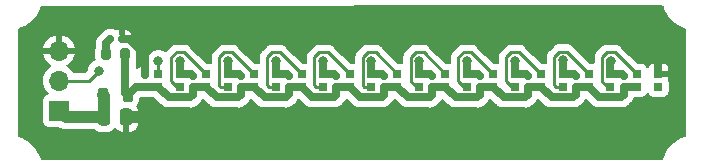
<source format=gbr>
%TF.GenerationSoftware,KiCad,Pcbnew,7.0.7*%
%TF.CreationDate,2023-09-25T23:21:07+02:00*%
%TF.ProjectId,beginner_led_pcb,62656769-6e6e-4657-925f-6c65645f7063,rev?*%
%TF.SameCoordinates,Original*%
%TF.FileFunction,Copper,L1,Top*%
%TF.FilePolarity,Positive*%
%FSLAX46Y46*%
G04 Gerber Fmt 4.6, Leading zero omitted, Abs format (unit mm)*
G04 Created by KiCad (PCBNEW 7.0.7) date 2023-09-25 23:21:07*
%MOMM*%
%LPD*%
G01*
G04 APERTURE LIST*
G04 Aperture macros list*
%AMRoundRect*
0 Rectangle with rounded corners*
0 $1 Rounding radius*
0 $2 $3 $4 $5 $6 $7 $8 $9 X,Y pos of 4 corners*
0 Add a 4 corners polygon primitive as box body*
4,1,4,$2,$3,$4,$5,$6,$7,$8,$9,$2,$3,0*
0 Add four circle primitives for the rounded corners*
1,1,$1+$1,$2,$3*
1,1,$1+$1,$4,$5*
1,1,$1+$1,$6,$7*
1,1,$1+$1,$8,$9*
0 Add four rect primitives between the rounded corners*
20,1,$1+$1,$2,$3,$4,$5,0*
20,1,$1+$1,$4,$5,$6,$7,0*
20,1,$1+$1,$6,$7,$8,$9,0*
20,1,$1+$1,$8,$9,$2,$3,0*%
G04 Aperture macros list end*
%TA.AperFunction,SMDPad,CuDef*%
%ADD10RoundRect,0.200000X0.200000X0.275000X-0.200000X0.275000X-0.200000X-0.275000X0.200000X-0.275000X0*%
%TD*%
%TA.AperFunction,SMDPad,CuDef*%
%ADD11RoundRect,0.218750X-0.218750X-0.381250X0.218750X-0.381250X0.218750X0.381250X-0.218750X0.381250X0*%
%TD*%
%TA.AperFunction,SMDPad,CuDef*%
%ADD12RoundRect,0.147500X0.147500X0.172500X-0.147500X0.172500X-0.147500X-0.172500X0.147500X-0.172500X0*%
%TD*%
%TA.AperFunction,SMDPad,CuDef*%
%ADD13R,0.700000X0.700000*%
%TD*%
%TA.AperFunction,SMDPad,CuDef*%
%ADD14RoundRect,0.250000X0.250000X0.475000X-0.250000X0.475000X-0.250000X-0.475000X0.250000X-0.475000X0*%
%TD*%
%TA.AperFunction,SMDPad,CuDef*%
%ADD15RoundRect,0.140000X0.170000X-0.140000X0.170000X0.140000X-0.170000X0.140000X-0.170000X-0.140000X0*%
%TD*%
%TA.AperFunction,ComponentPad*%
%ADD16R,1.700000X1.700000*%
%TD*%
%TA.AperFunction,ComponentPad*%
%ADD17O,1.700000X1.700000*%
%TD*%
%TA.AperFunction,ViaPad*%
%ADD18C,0.800000*%
%TD*%
%TA.AperFunction,Conductor*%
%ADD19C,0.700000*%
%TD*%
%TA.AperFunction,Conductor*%
%ADD20C,0.250000*%
%TD*%
%TA.AperFunction,Conductor*%
%ADD21C,1.000000*%
%TD*%
G04 APERTURE END LIST*
D10*
%TO.P,R1,1*%
%TO.N,+5V*%
X204330000Y-108310000D03*
%TO.P,R1,2*%
%TO.N,Net-(D14-A)*%
X202680000Y-108310000D03*
%TD*%
D11*
%TO.P,FB1,1*%
%TO.N,Net-(J1-Pin_1)*%
X202400000Y-111800000D03*
%TO.P,FB1,2*%
%TO.N,+5V*%
X204525000Y-111800000D03*
%TD*%
D12*
%TO.P,PWR,1,K*%
%TO.N,GND*%
X204020000Y-107060000D03*
%TO.P,PWR,2,A*%
%TO.N,Net-(D14-A)*%
X203050000Y-107060000D03*
%TD*%
D13*
%TO.P,D11,1,DOUT*%
%TO.N,/NeoPixels 1|11/DOUT*%
X249455000Y-111110000D03*
%TO.P,D11,2,VSS*%
%TO.N,GND*%
X249455000Y-110010000D03*
%TO.P,D11,3,DIN*%
%TO.N,Net-(D10-DOUT)*%
X247625000Y-110010000D03*
%TO.P,D11,4,VDD*%
%TO.N,+5V*%
X247625000Y-111110000D03*
%TD*%
%TO.P,D10,1,DOUT*%
%TO.N,Net-(D10-DOUT)*%
X245390000Y-111110000D03*
%TO.P,D10,2,VSS*%
%TO.N,GND*%
X245390000Y-110010000D03*
%TO.P,D10,3,DIN*%
%TO.N,Net-(D10-DIN)*%
X243560000Y-110010000D03*
%TO.P,D10,4,VDD*%
%TO.N,+5V*%
X243560000Y-111110000D03*
%TD*%
%TO.P,D9,1,DOUT*%
%TO.N,Net-(D10-DIN)*%
X241340000Y-111110000D03*
%TO.P,D9,2,VSS*%
%TO.N,GND*%
X241340000Y-110010000D03*
%TO.P,D9,3,DIN*%
%TO.N,Net-(D8-DOUT)*%
X239510000Y-110010000D03*
%TO.P,D9,4,VDD*%
%TO.N,+5V*%
X239510000Y-111110000D03*
%TD*%
%TO.P,D8,1,DOUT*%
%TO.N,Net-(D8-DOUT)*%
X237280000Y-111110000D03*
%TO.P,D8,2,VSS*%
%TO.N,GND*%
X237280000Y-110010000D03*
%TO.P,D8,3,DIN*%
%TO.N,Net-(D7-DOUT)*%
X235450000Y-110010000D03*
%TO.P,D8,4,VDD*%
%TO.N,+5V*%
X235450000Y-111110000D03*
%TD*%
%TO.P,D7,1,DOUT*%
%TO.N,Net-(D7-DOUT)*%
X233230000Y-111110000D03*
%TO.P,D7,2,VSS*%
%TO.N,GND*%
X233230000Y-110010000D03*
%TO.P,D7,3,DIN*%
%TO.N,Net-(D6-DOUT)*%
X231400000Y-110010000D03*
%TO.P,D7,4,VDD*%
%TO.N,+5V*%
X231400000Y-111110000D03*
%TD*%
%TO.P,D6,1,DOUT*%
%TO.N,Net-(D6-DOUT)*%
X229180000Y-111110000D03*
%TO.P,D6,2,VSS*%
%TO.N,GND*%
X229180000Y-110010000D03*
%TO.P,D6,3,DIN*%
%TO.N,Net-(D5-DOUT)*%
X227350000Y-110010000D03*
%TO.P,D6,4,VDD*%
%TO.N,+5V*%
X227350000Y-111110000D03*
%TD*%
%TO.P,D5,4,VDD*%
%TO.N,+5V*%
X223300000Y-111110000D03*
%TO.P,D5,3,DIN*%
%TO.N,Net-(D4-DOUT)*%
X223300000Y-110010000D03*
%TO.P,D5,2,VSS*%
%TO.N,GND*%
X225130000Y-110010000D03*
%TO.P,D5,1,DOUT*%
%TO.N,Net-(D5-DOUT)*%
X225130000Y-111110000D03*
%TD*%
%TO.P,D4,1,DOUT*%
%TO.N,Net-(D4-DOUT)*%
X221080000Y-111110000D03*
%TO.P,D4,2,VSS*%
%TO.N,GND*%
X221080000Y-110010000D03*
%TO.P,D4,3,DIN*%
%TO.N,Net-(D3-DOUT)*%
X219250000Y-110010000D03*
%TO.P,D4,4,VDD*%
%TO.N,+5V*%
X219250000Y-111110000D03*
%TD*%
%TO.P,D3,1,DOUT*%
%TO.N,Net-(D3-DOUT)*%
X217040000Y-111110000D03*
%TO.P,D3,2,VSS*%
%TO.N,GND*%
X217040000Y-110010000D03*
%TO.P,D3,3,DIN*%
%TO.N,Net-(D2-DOUT)*%
X215210000Y-110010000D03*
%TO.P,D3,4,VDD*%
%TO.N,+5V*%
X215210000Y-111110000D03*
%TD*%
%TO.P,D2,4,VDD*%
%TO.N,+5V*%
X211150000Y-111110000D03*
%TO.P,D2,3,DIN*%
%TO.N,Net-(D1-DOUT)*%
X211150000Y-110010000D03*
%TO.P,D2,2,VSS*%
%TO.N,GND*%
X212980000Y-110010000D03*
%TO.P,D2,1,DOUT*%
%TO.N,Net-(D2-DOUT)*%
X212980000Y-111110000D03*
%TD*%
%TO.P,D1,1,DOUT*%
%TO.N,Net-(D1-DOUT)*%
X208930000Y-111110000D03*
%TO.P,D1,2,VSS*%
%TO.N,GND*%
X208930000Y-110010000D03*
%TO.P,D1,3,DIN*%
%TO.N,D0*%
X207100000Y-110010000D03*
%TO.P,D1,4,VDD*%
%TO.N,+5V*%
X207100000Y-111110000D03*
%TD*%
D14*
%TO.P,C12,1*%
%TO.N,GND*%
X204400000Y-113700000D03*
%TO.P,C12,2*%
%TO.N,Net-(J1-Pin_1)*%
X202500000Y-113700000D03*
%TD*%
D15*
%TO.P,C11,1*%
%TO.N,+5V*%
X246510000Y-111140000D03*
%TO.P,C11,2*%
%TO.N,GND*%
X246510000Y-110180000D03*
%TD*%
%TO.P,C10,1*%
%TO.N,+5V*%
X242450000Y-111145000D03*
%TO.P,C10,2*%
%TO.N,GND*%
X242450000Y-110185000D03*
%TD*%
%TO.P,C9,1*%
%TO.N,+5V*%
X238400000Y-111135000D03*
%TO.P,C9,2*%
%TO.N,GND*%
X238400000Y-110175000D03*
%TD*%
%TO.P,C8,1*%
%TO.N,+5V*%
X234340000Y-111135000D03*
%TO.P,C8,2*%
%TO.N,GND*%
X234340000Y-110175000D03*
%TD*%
%TO.P,C7,1*%
%TO.N,+5V*%
X230290000Y-111135000D03*
%TO.P,C7,2*%
%TO.N,GND*%
X230290000Y-110175000D03*
%TD*%
%TO.P,C6,1*%
%TO.N,+5V*%
X226240000Y-111135000D03*
%TO.P,C6,2*%
%TO.N,GND*%
X226240000Y-110175000D03*
%TD*%
%TO.P,C5,2*%
%TO.N,GND*%
X222190000Y-110175000D03*
%TO.P,C5,1*%
%TO.N,+5V*%
X222190000Y-111135000D03*
%TD*%
%TO.P,C4,1*%
%TO.N,+5V*%
X218150000Y-111130000D03*
%TO.P,C4,2*%
%TO.N,GND*%
X218150000Y-110170000D03*
%TD*%
%TO.P,C3,1*%
%TO.N,+5V*%
X214090000Y-111135000D03*
%TO.P,C3,2*%
%TO.N,GND*%
X214090000Y-110175000D03*
%TD*%
%TO.P,C2,1*%
%TO.N,+5V*%
X210025000Y-111160000D03*
%TO.P,C2,2*%
%TO.N,GND*%
X210025000Y-110200000D03*
%TD*%
%TO.P,C1,1*%
%TO.N,+5V*%
X206000000Y-111110000D03*
%TO.P,C1,2*%
%TO.N,GND*%
X206000000Y-110150000D03*
%TD*%
D16*
%TO.P,J1,1,Pin_1*%
%TO.N,Net-(J1-Pin_1)*%
X198700000Y-113140000D03*
D17*
%TO.P,J1,2,Pin_2*%
%TO.N,D0*%
X198700000Y-110600000D03*
%TO.P,J1,3,Pin_3*%
%TO.N,GND*%
X198700000Y-108060000D03*
%TD*%
D18*
%TO.N,GND*%
X205975000Y-107025000D03*
X243000000Y-114500000D03*
X242000000Y-114500000D03*
X240500000Y-115250000D03*
X242500000Y-115250000D03*
X241500000Y-115250000D03*
X241000000Y-114500000D03*
X240000000Y-114500000D03*
X230750000Y-114500000D03*
X229750000Y-114500000D03*
X228250000Y-115250000D03*
X230250000Y-115250000D03*
X229250000Y-115250000D03*
X228750000Y-114500000D03*
X227750000Y-114500000D03*
X218250000Y-115250000D03*
X217250000Y-115250000D03*
X216250000Y-115250000D03*
X218750000Y-114500000D03*
X217750000Y-114500000D03*
X216750000Y-114500000D03*
X215750000Y-114500000D03*
%TO.N,D0*%
X207100000Y-108900000D03*
X202050000Y-109750000D03*
%TO.N,GND*%
X249450000Y-108900000D03*
X245400000Y-108900000D03*
X241350000Y-108850000D03*
X237300000Y-108900000D03*
X233250000Y-108900000D03*
X229200000Y-108900000D03*
X225150000Y-108900000D03*
X221050000Y-108900000D03*
X217050000Y-108900000D03*
X213000000Y-108900000D03*
X208950000Y-108900000D03*
X206000000Y-113700000D03*
%TD*%
D19*
%TO.N,GND*%
X205290330Y-107734670D02*
X205975000Y-107050000D01*
X205290330Y-107734670D02*
X204615660Y-107060000D01*
X205975000Y-107050000D02*
X205975000Y-107025000D01*
X206000000Y-108444340D02*
X205290330Y-107734670D01*
X206000000Y-110150000D02*
X206000000Y-108444340D01*
X204615660Y-107060000D02*
X204020000Y-107060000D01*
%TO.N,+5V*%
X204330000Y-108310000D02*
X204330000Y-111605000D01*
X204330000Y-111605000D02*
X204525000Y-111800000D01*
%TO.N,Net-(D14-A)*%
X202680000Y-108310000D02*
X202680000Y-107430000D01*
X202680000Y-107430000D02*
X203050000Y-107060000D01*
D20*
%TO.N,Net-(D10-DOUT)*%
X245390000Y-111110000D02*
X245140000Y-111110000D01*
X244675000Y-108599695D02*
X245099695Y-108175000D01*
X245140000Y-111110000D02*
X244675000Y-110645000D01*
X244675000Y-110645000D02*
X244675000Y-108599695D01*
X245790000Y-108175000D02*
X247625000Y-110010000D01*
X245099695Y-108175000D02*
X245790000Y-108175000D01*
%TO.N,Net-(D10-DIN)*%
X241340000Y-111110000D02*
X240740000Y-111110000D01*
X240740000Y-111110000D02*
X240625000Y-110995000D01*
X240625000Y-110995000D02*
X240625000Y-108549695D01*
X240625000Y-108549695D02*
X241049695Y-108125000D01*
X241049695Y-108125000D02*
X241675000Y-108125000D01*
X241675000Y-108125000D02*
X243560000Y-110010000D01*
%TO.N,Net-(D8-DOUT)*%
X237280000Y-111110000D02*
X237030000Y-111110000D01*
X237030000Y-111110000D02*
X236575000Y-110655000D01*
X236999695Y-108175000D02*
X237675000Y-108175000D01*
X236575000Y-110655000D02*
X236575000Y-108599695D01*
X236575000Y-108599695D02*
X236999695Y-108175000D01*
X237675000Y-108175000D02*
X239510000Y-110010000D01*
%TO.N,Net-(D7-DOUT)*%
X233230000Y-111110000D02*
X232980000Y-111110000D01*
X232980000Y-111110000D02*
X232525000Y-110655000D01*
X232525000Y-110655000D02*
X232525000Y-108599695D01*
X232525000Y-108599695D02*
X232949695Y-108175000D01*
X232949695Y-108175000D02*
X233615000Y-108175000D01*
X233615000Y-108175000D02*
X235450000Y-110010000D01*
%TO.N,Net-(D6-DOUT)*%
X229180000Y-111110000D02*
X228930000Y-111110000D01*
X229565000Y-108175000D02*
X231400000Y-110010000D01*
X228930000Y-111110000D02*
X228475000Y-110655000D01*
X228475000Y-110655000D02*
X228475000Y-108599695D01*
X228475000Y-108599695D02*
X228899695Y-108175000D01*
X228899695Y-108175000D02*
X229565000Y-108175000D01*
%TO.N,Net-(D5-DOUT)*%
X225130000Y-111110000D02*
X224530000Y-111110000D01*
X224530000Y-111110000D02*
X224425000Y-111005000D01*
X224425000Y-111005000D02*
X224425000Y-108599695D01*
X224425000Y-108599695D02*
X224849695Y-108175000D01*
X224849695Y-108175000D02*
X225515000Y-108175000D01*
X225515000Y-108175000D02*
X227350000Y-110010000D01*
%TO.N,Net-(D4-DOUT)*%
X221080000Y-111110000D02*
X220480000Y-111110000D01*
X220480000Y-111110000D02*
X220325000Y-110955000D01*
X220325000Y-110955000D02*
X220325000Y-108599695D01*
X220325000Y-108599695D02*
X220749695Y-108175000D01*
X220749695Y-108175000D02*
X221465000Y-108175000D01*
X221465000Y-108175000D02*
X223300000Y-110010000D01*
%TO.N,Net-(D3-DOUT)*%
X217040000Y-111110000D02*
X216440000Y-111110000D01*
X216440000Y-111110000D02*
X216325000Y-110995000D01*
X216749695Y-108175000D02*
X217415000Y-108175000D01*
X217415000Y-108175000D02*
X219250000Y-110010000D01*
X216325000Y-110995000D02*
X216325000Y-108599695D01*
X216325000Y-108599695D02*
X216749695Y-108175000D01*
%TO.N,Net-(D2-DOUT)*%
X212980000Y-111110000D02*
X212380000Y-111110000D01*
X212380000Y-111110000D02*
X212275000Y-111005000D01*
X212275000Y-111005000D02*
X212275000Y-108599695D01*
X213375000Y-108175000D02*
X215210000Y-110010000D01*
X212275000Y-108599695D02*
X212699695Y-108175000D01*
X212699695Y-108175000D02*
X213375000Y-108175000D01*
%TO.N,Net-(D1-DOUT)*%
X208930000Y-111110000D02*
X208680000Y-111110000D01*
X208680000Y-111110000D02*
X208225000Y-110655000D01*
X208225000Y-110655000D02*
X208225000Y-108599695D01*
X208225000Y-108599695D02*
X208649695Y-108175000D01*
X208649695Y-108175000D02*
X209315000Y-108175000D01*
X209315000Y-108175000D02*
X211150000Y-110010000D01*
D21*
%TO.N,Net-(J1-Pin_1)*%
X202500000Y-113700000D02*
X199260000Y-113700000D01*
D20*
%TO.N,D0*%
X207100000Y-108900000D02*
X207100000Y-110010000D01*
X198700000Y-110600000D02*
X201200000Y-110600000D01*
X201200000Y-110600000D02*
X202050000Y-109750000D01*
D19*
%TO.N,GND*%
X245390000Y-110010000D02*
X246340000Y-110010000D01*
X246340000Y-110010000D02*
X246510000Y-110180000D01*
X241340000Y-110010000D02*
X242275000Y-110010000D01*
X242275000Y-110010000D02*
X242450000Y-110185000D01*
X237280000Y-110010000D02*
X238235000Y-110010000D01*
X238235000Y-110010000D02*
X238400000Y-110175000D01*
X233230000Y-110010000D02*
X234175000Y-110010000D01*
X234175000Y-110010000D02*
X234340000Y-110175000D01*
X229180000Y-110010000D02*
X230125000Y-110010000D01*
X230125000Y-110010000D02*
X230290000Y-110175000D01*
X225130000Y-110010000D02*
X226075000Y-110010000D01*
X226075000Y-110010000D02*
X226240000Y-110175000D01*
X221080000Y-110010000D02*
X222025000Y-110010000D01*
X222025000Y-110010000D02*
X222190000Y-110175000D01*
X217040000Y-110010000D02*
X217990000Y-110010000D01*
X217990000Y-110010000D02*
X218150000Y-110170000D01*
X212980000Y-110010000D02*
X213925000Y-110010000D01*
X213925000Y-110010000D02*
X214090000Y-110175000D01*
X208930000Y-110010000D02*
X209835000Y-110010000D01*
X209835000Y-110010000D02*
X210025000Y-110200000D01*
X249455000Y-108905000D02*
X249450000Y-108900000D01*
X249455000Y-110010000D02*
X249455000Y-108905000D01*
X245390000Y-108910000D02*
X245400000Y-108900000D01*
X245390000Y-110010000D02*
X245390000Y-108910000D01*
X241340000Y-108860000D02*
X241350000Y-108850000D01*
X241340000Y-110010000D02*
X241340000Y-108860000D01*
X237280000Y-108920000D02*
X237300000Y-108900000D01*
X237280000Y-110010000D02*
X237280000Y-108920000D01*
X233230000Y-108920000D02*
X233250000Y-108900000D01*
X233230000Y-110010000D02*
X233230000Y-108920000D01*
X229180000Y-108920000D02*
X229200000Y-108900000D01*
X229180000Y-110010000D02*
X229180000Y-108920000D01*
X225130000Y-108920000D02*
X225150000Y-108900000D01*
X225130000Y-110010000D02*
X225130000Y-108920000D01*
X221080000Y-108930000D02*
X221050000Y-108900000D01*
X221080000Y-110010000D02*
X221080000Y-108930000D01*
X217040000Y-108910000D02*
X217050000Y-108900000D01*
X217040000Y-110010000D02*
X217040000Y-108910000D01*
X212980000Y-108920000D02*
X213000000Y-108900000D01*
X212980000Y-110010000D02*
X212980000Y-108920000D01*
X208930000Y-108920000D02*
X208950000Y-108900000D01*
X208930000Y-110010000D02*
X208930000Y-108920000D01*
%TO.N,+5V*%
X246510000Y-111140000D02*
X247595000Y-111140000D01*
X247595000Y-111140000D02*
X247625000Y-111110000D01*
X243560000Y-111110000D02*
X244460000Y-112010000D01*
X244460000Y-112010000D02*
X246290000Y-112010000D01*
X246290000Y-112010000D02*
X246510000Y-111790000D01*
X246510000Y-111790000D02*
X246510000Y-111140000D01*
X242450000Y-111145000D02*
X243525000Y-111145000D01*
X243525000Y-111145000D02*
X243560000Y-111110000D01*
X239510000Y-111110000D02*
X240410000Y-112010000D01*
X240410000Y-112010000D02*
X242240000Y-112010000D01*
X242240000Y-112010000D02*
X242450000Y-111800000D01*
X242450000Y-111800000D02*
X242450000Y-111145000D01*
X238400000Y-111135000D02*
X239485000Y-111135000D01*
X239485000Y-111135000D02*
X239510000Y-111110000D01*
X235450000Y-111110000D02*
X236350000Y-112010000D01*
X236350000Y-112010000D02*
X238180000Y-112010000D01*
X238180000Y-112010000D02*
X238400000Y-111790000D01*
X238400000Y-111790000D02*
X238400000Y-111135000D01*
X234340000Y-111135000D02*
X235425000Y-111135000D01*
X235425000Y-111135000D02*
X235450000Y-111110000D01*
X231400000Y-111110000D02*
X232300000Y-112010000D01*
X232300000Y-112010000D02*
X234130000Y-112010000D01*
X234130000Y-112010000D02*
X234340000Y-111800000D01*
X234340000Y-111800000D02*
X234340000Y-111135000D01*
X230290000Y-111135000D02*
X231375000Y-111135000D01*
X231375000Y-111135000D02*
X231400000Y-111110000D01*
X227350000Y-111110000D02*
X228250000Y-112010000D01*
X228250000Y-112010000D02*
X230080000Y-112010000D01*
X230290000Y-111800000D02*
X230290000Y-111135000D01*
X230080000Y-112010000D02*
X230290000Y-111800000D01*
X226240000Y-111135000D02*
X227325000Y-111135000D01*
X227325000Y-111135000D02*
X227350000Y-111110000D01*
X223300000Y-111110000D02*
X224200000Y-112010000D01*
X224200000Y-112010000D02*
X226030000Y-112010000D01*
X226030000Y-112010000D02*
X226240000Y-111800000D01*
X226240000Y-111800000D02*
X226240000Y-111135000D01*
X222190000Y-111135000D02*
X223275000Y-111135000D01*
X223275000Y-111135000D02*
X223300000Y-111110000D01*
X219250000Y-111110000D02*
X220150000Y-112010000D01*
X220150000Y-112010000D02*
X221980000Y-112010000D01*
X222190000Y-111800000D02*
X222190000Y-111135000D01*
X221980000Y-112010000D02*
X222190000Y-111800000D01*
X218150000Y-111130000D02*
X219230000Y-111130000D01*
X219230000Y-111130000D02*
X219250000Y-111110000D01*
X215210000Y-111110000D02*
X216110000Y-112010000D01*
X216110000Y-112010000D02*
X217890000Y-112010000D01*
X217890000Y-112010000D02*
X218150000Y-111750000D01*
X218150000Y-111750000D02*
X218150000Y-111130000D01*
X214090000Y-111135000D02*
X215185000Y-111135000D01*
X215185000Y-111135000D02*
X215210000Y-111110000D01*
X211150000Y-111110000D02*
X212050000Y-112010000D01*
X212050000Y-112010000D02*
X213880000Y-112010000D01*
X213880000Y-112010000D02*
X214090000Y-111800000D01*
X214090000Y-111800000D02*
X214090000Y-111135000D01*
X210025000Y-111160000D02*
X211100000Y-111160000D01*
X211100000Y-111160000D02*
X211150000Y-111110000D01*
X207100000Y-111110000D02*
X208000000Y-112010000D01*
X209830000Y-112010000D02*
X210025000Y-111815000D01*
X210025000Y-111815000D02*
X210025000Y-111160000D01*
X208000000Y-112010000D02*
X209830000Y-112010000D01*
X206000000Y-111110000D02*
X207100000Y-111110000D01*
X206000000Y-111110000D02*
X205215000Y-111110000D01*
X205215000Y-111110000D02*
X204525000Y-111800000D01*
D21*
%TO.N,GND*%
X204400000Y-113700000D02*
X206000000Y-113700000D01*
%TO.N,Net-(J1-Pin_1)*%
X202500000Y-113700000D02*
X202500000Y-111900000D01*
X202500000Y-111900000D02*
X202400000Y-111800000D01*
X199260000Y-113700000D02*
X198700000Y-113140000D01*
D20*
%TO.N,D0*%
X198720000Y-110620000D02*
X198700000Y-110600000D01*
%TD*%
%TA.AperFunction,Conductor*%
%TO.N,GND*%
G36*
X209071587Y-108820185D02*
G01*
X209092223Y-108836813D01*
X209210026Y-108954616D01*
X209243509Y-109015935D01*
X209238525Y-109085627D01*
X209210025Y-109129975D01*
X209180000Y-109160000D01*
X209180000Y-109760000D01*
X209696000Y-109760000D01*
X209763039Y-109779685D01*
X209808794Y-109832489D01*
X209820000Y-109884000D01*
X209819999Y-109949999D01*
X209820000Y-109950000D01*
X210151000Y-109950000D01*
X210218039Y-109969685D01*
X210263794Y-110022489D01*
X210275000Y-110074000D01*
X210275000Y-110185500D01*
X210255315Y-110252539D01*
X210202511Y-110298294D01*
X210151000Y-110309500D01*
X210104347Y-110309500D01*
X210084285Y-110307866D01*
X210071318Y-110305740D01*
X210071316Y-110305739D01*
X210008593Y-110309140D01*
X210003641Y-110309409D01*
X210000288Y-110309500D01*
X209978882Y-110309500D01*
X209957607Y-110311813D01*
X209954263Y-110312085D01*
X209886591Y-110315755D01*
X209873922Y-110319272D01*
X209854168Y-110323062D01*
X209841100Y-110324483D01*
X209841090Y-110324485D01*
X209776867Y-110346125D01*
X209773657Y-110347111D01*
X209708341Y-110365245D01*
X209707247Y-110365826D01*
X209706503Y-110365978D01*
X209702099Y-110367733D01*
X209701784Y-110366943D01*
X209638795Y-110379829D01*
X209574865Y-110355531D01*
X209563617Y-110347111D01*
X209522331Y-110316204D01*
X209522329Y-110316203D01*
X209522328Y-110316202D01*
X209387482Y-110265908D01*
X209387483Y-110265908D01*
X209327883Y-110259501D01*
X209327881Y-110259500D01*
X209327873Y-110259500D01*
X209327865Y-110259500D01*
X208974500Y-110259500D01*
X208907461Y-110239815D01*
X208861706Y-110187011D01*
X208850500Y-110135500D01*
X208850500Y-108924500D01*
X208870185Y-108857461D01*
X208922989Y-108811706D01*
X208974500Y-108800500D01*
X209004548Y-108800500D01*
X209071587Y-108820185D01*
G37*
%TD.AperFunction*%
%TA.AperFunction,Conductor*%
G36*
X245546587Y-108820185D02*
G01*
X245567229Y-108836819D01*
X245678729Y-108948319D01*
X245712214Y-109009642D01*
X245707230Y-109079334D01*
X245675010Y-109122372D01*
X245676319Y-109123681D01*
X245667219Y-109132780D01*
X245665358Y-109135267D01*
X245664361Y-109135638D01*
X245640000Y-109159999D01*
X245640000Y-109760000D01*
X246156000Y-109760000D01*
X246223039Y-109779685D01*
X246268794Y-109832489D01*
X246280000Y-109884000D01*
X246280000Y-109930000D01*
X246609047Y-109930000D01*
X246676086Y-109949685D01*
X246696728Y-109966319D01*
X246723680Y-109993271D01*
X246757165Y-110054594D01*
X246759999Y-110080951D01*
X246760000Y-110165499D01*
X246740316Y-110232538D01*
X246687513Y-110278294D01*
X246636000Y-110289500D01*
X246589347Y-110289500D01*
X246569285Y-110287866D01*
X246556318Y-110285740D01*
X246556316Y-110285739D01*
X246493593Y-110289140D01*
X246488641Y-110289409D01*
X246485288Y-110289500D01*
X246463882Y-110289500D01*
X246442607Y-110291813D01*
X246439263Y-110292085D01*
X246371591Y-110295755D01*
X246358922Y-110299272D01*
X246339168Y-110303062D01*
X246326100Y-110304483D01*
X246326090Y-110304485D01*
X246261867Y-110326125D01*
X246258657Y-110327111D01*
X246193341Y-110345245D01*
X246193340Y-110345246D01*
X246181712Y-110351410D01*
X246163239Y-110359356D01*
X246144412Y-110365701D01*
X246143812Y-110363922D01*
X246083806Y-110372852D01*
X246026536Y-110349296D01*
X246023017Y-110346662D01*
X245995584Y-110326125D01*
X245982330Y-110316203D01*
X245982328Y-110316202D01*
X245847482Y-110265908D01*
X245847483Y-110265908D01*
X245787883Y-110259501D01*
X245787881Y-110259500D01*
X245787873Y-110259500D01*
X245787865Y-110259500D01*
X245424500Y-110259500D01*
X245357461Y-110239815D01*
X245311706Y-110187011D01*
X245300500Y-110135500D01*
X245300500Y-108924500D01*
X245320185Y-108857461D01*
X245372989Y-108811706D01*
X245424500Y-108800500D01*
X245479548Y-108800500D01*
X245546587Y-108820185D01*
G37*
%TD.AperFunction*%
%TA.AperFunction,Conductor*%
G36*
X241455702Y-108790738D02*
G01*
X241462166Y-108796756D01*
X241549861Y-108884451D01*
X241620024Y-108954614D01*
X241653508Y-109015937D01*
X241648524Y-109085629D01*
X241620024Y-109129976D01*
X241590000Y-109160000D01*
X241590000Y-109760000D01*
X242106000Y-109760000D01*
X242173039Y-109779685D01*
X242218794Y-109832489D01*
X242230000Y-109884000D01*
X242230000Y-109935000D01*
X242549048Y-109935000D01*
X242616087Y-109954685D01*
X242636729Y-109971319D01*
X242663680Y-109998270D01*
X242697165Y-110059593D01*
X242699999Y-110085950D01*
X242700000Y-110170499D01*
X242680316Y-110237538D01*
X242627513Y-110283294D01*
X242576000Y-110294500D01*
X242529347Y-110294500D01*
X242509285Y-110292866D01*
X242496318Y-110290740D01*
X242496316Y-110290739D01*
X242433593Y-110294140D01*
X242428641Y-110294409D01*
X242425288Y-110294500D01*
X242403882Y-110294500D01*
X242382607Y-110296813D01*
X242379263Y-110297085D01*
X242311591Y-110300755D01*
X242298922Y-110304272D01*
X242279168Y-110308062D01*
X242266100Y-110309483D01*
X242266090Y-110309485D01*
X242201867Y-110331125D01*
X242198657Y-110332111D01*
X242133341Y-110350245D01*
X242133340Y-110350246D01*
X242121712Y-110356410D01*
X242103234Y-110364358D01*
X242091485Y-110368317D01*
X242021670Y-110371070D01*
X241977578Y-110350076D01*
X241976616Y-110349356D01*
X241945584Y-110326125D01*
X241932330Y-110316203D01*
X241932328Y-110316202D01*
X241797482Y-110265908D01*
X241797483Y-110265908D01*
X241737883Y-110259501D01*
X241737881Y-110259500D01*
X241737873Y-110259500D01*
X241737865Y-110259500D01*
X241374500Y-110259500D01*
X241307461Y-110239815D01*
X241261706Y-110187011D01*
X241250500Y-110135500D01*
X241250499Y-108884451D01*
X241270184Y-108817412D01*
X241322987Y-108771657D01*
X241392146Y-108761713D01*
X241455702Y-108790738D01*
G37*
%TD.AperFunction*%
%TA.AperFunction,Conductor*%
G36*
X237431587Y-108820185D02*
G01*
X237452224Y-108836814D01*
X237515410Y-108900000D01*
X237565024Y-108949614D01*
X237598508Y-109010937D01*
X237593524Y-109080629D01*
X237565024Y-109124976D01*
X237530000Y-109160000D01*
X237529999Y-109759999D01*
X237530000Y-109760000D01*
X238046000Y-109760000D01*
X238113039Y-109779685D01*
X238158794Y-109832489D01*
X238170000Y-109884000D01*
X238170000Y-109925000D01*
X238489046Y-109925000D01*
X238556085Y-109944685D01*
X238576726Y-109961318D01*
X238613680Y-109998271D01*
X238647166Y-110059593D01*
X238650000Y-110085953D01*
X238650000Y-110160500D01*
X238630315Y-110227539D01*
X238577511Y-110273294D01*
X238526000Y-110284500D01*
X238479347Y-110284500D01*
X238459285Y-110282866D01*
X238446318Y-110280740D01*
X238446316Y-110280739D01*
X238383593Y-110284140D01*
X238378641Y-110284409D01*
X238375288Y-110284500D01*
X238353882Y-110284500D01*
X238332607Y-110286813D01*
X238329263Y-110287085D01*
X238261591Y-110290755D01*
X238248922Y-110294272D01*
X238229168Y-110298062D01*
X238216100Y-110299483D01*
X238216090Y-110299485D01*
X238151867Y-110321125D01*
X238148657Y-110322111D01*
X238083341Y-110340245D01*
X238083340Y-110340246D01*
X238071712Y-110346410D01*
X238053239Y-110354356D01*
X238040776Y-110358555D01*
X238038777Y-110359481D01*
X238037443Y-110359679D01*
X238034412Y-110360701D01*
X238034228Y-110360157D01*
X237969667Y-110369760D01*
X237912409Y-110346205D01*
X237872335Y-110316206D01*
X237872328Y-110316202D01*
X237737482Y-110265908D01*
X237737483Y-110265908D01*
X237677883Y-110259501D01*
X237677881Y-110259500D01*
X237677873Y-110259500D01*
X237677865Y-110259500D01*
X237324500Y-110259500D01*
X237257461Y-110239815D01*
X237211706Y-110187011D01*
X237200500Y-110135500D01*
X237200500Y-108924500D01*
X237220185Y-108857461D01*
X237272989Y-108811706D01*
X237324500Y-108800500D01*
X237364548Y-108800500D01*
X237431587Y-108820185D01*
G37*
%TD.AperFunction*%
%TA.AperFunction,Conductor*%
G36*
X213131587Y-108820185D02*
G01*
X213152224Y-108836814D01*
X213215410Y-108900000D01*
X213265024Y-108949614D01*
X213298508Y-109010937D01*
X213293524Y-109080629D01*
X213265024Y-109124976D01*
X213230000Y-109160000D01*
X213230000Y-109760000D01*
X213746000Y-109760000D01*
X213813039Y-109779685D01*
X213858794Y-109832489D01*
X213870000Y-109884000D01*
X213870000Y-109925000D01*
X214189046Y-109925000D01*
X214256085Y-109944685D01*
X214276726Y-109961317D01*
X214303681Y-109988272D01*
X214337166Y-110049593D01*
X214340000Y-110075953D01*
X214340000Y-110160500D01*
X214320315Y-110227539D01*
X214267511Y-110273294D01*
X214216000Y-110284500D01*
X214169347Y-110284500D01*
X214149285Y-110282866D01*
X214136318Y-110280740D01*
X214136316Y-110280739D01*
X214073593Y-110284140D01*
X214068641Y-110284409D01*
X214065288Y-110284500D01*
X214043882Y-110284500D01*
X214022607Y-110286813D01*
X214019263Y-110287085D01*
X213951591Y-110290755D01*
X213938922Y-110294272D01*
X213919168Y-110298062D01*
X213906100Y-110299483D01*
X213906090Y-110299485D01*
X213841867Y-110321125D01*
X213838657Y-110322111D01*
X213773341Y-110340245D01*
X213773340Y-110340246D01*
X213761712Y-110346410D01*
X213743239Y-110354356D01*
X213724412Y-110360701D01*
X213723607Y-110358314D01*
X213665826Y-110366898D01*
X213608588Y-110343346D01*
X213604447Y-110340246D01*
X213572331Y-110316204D01*
X213572329Y-110316203D01*
X213572328Y-110316202D01*
X213437482Y-110265908D01*
X213437483Y-110265908D01*
X213377883Y-110259501D01*
X213377881Y-110259500D01*
X213377873Y-110259500D01*
X213377865Y-110259500D01*
X213024500Y-110259500D01*
X212957461Y-110239815D01*
X212911706Y-110187011D01*
X212900500Y-110135500D01*
X212900500Y-108924500D01*
X212920185Y-108857461D01*
X212972989Y-108811706D01*
X213024500Y-108800500D01*
X213064548Y-108800500D01*
X213131587Y-108820185D01*
G37*
%TD.AperFunction*%
%TA.AperFunction,Conductor*%
G36*
X221221587Y-108820185D02*
G01*
X221242223Y-108836813D01*
X221360026Y-108954616D01*
X221393509Y-109015935D01*
X221388525Y-109085627D01*
X221360025Y-109129975D01*
X221330000Y-109160000D01*
X221330000Y-109760000D01*
X221846000Y-109760000D01*
X221913039Y-109779685D01*
X221958794Y-109832489D01*
X221970000Y-109884000D01*
X221970000Y-109925000D01*
X222279046Y-109925000D01*
X222346085Y-109944685D01*
X222366726Y-109961318D01*
X222403680Y-109998271D01*
X222437166Y-110059593D01*
X222440000Y-110085953D01*
X222440000Y-110160500D01*
X222420315Y-110227539D01*
X222367511Y-110273294D01*
X222316000Y-110284500D01*
X222269347Y-110284500D01*
X222249285Y-110282866D01*
X222236318Y-110280740D01*
X222236316Y-110280739D01*
X222173593Y-110284140D01*
X222168641Y-110284409D01*
X222165288Y-110284500D01*
X222143882Y-110284500D01*
X222122607Y-110286813D01*
X222119263Y-110287085D01*
X222051591Y-110290755D01*
X222038922Y-110294272D01*
X222019168Y-110298062D01*
X222006100Y-110299483D01*
X222006090Y-110299485D01*
X221941867Y-110321125D01*
X221938657Y-110322111D01*
X221873341Y-110340245D01*
X221873340Y-110340246D01*
X221861712Y-110346410D01*
X221843239Y-110354356D01*
X221824412Y-110360701D01*
X221823607Y-110358314D01*
X221765826Y-110366898D01*
X221708588Y-110343346D01*
X221704447Y-110340246D01*
X221672331Y-110316204D01*
X221672329Y-110316203D01*
X221672328Y-110316202D01*
X221537482Y-110265908D01*
X221537483Y-110265908D01*
X221477883Y-110259501D01*
X221477881Y-110259500D01*
X221477873Y-110259500D01*
X221477865Y-110259500D01*
X221074500Y-110259500D01*
X221007461Y-110239815D01*
X220961706Y-110187011D01*
X220950500Y-110135500D01*
X220950500Y-108924500D01*
X220970185Y-108857461D01*
X221022989Y-108811706D01*
X221074500Y-108800500D01*
X221154548Y-108800500D01*
X221221587Y-108820185D01*
G37*
%TD.AperFunction*%
%TA.AperFunction,Conductor*%
G36*
X225271587Y-108820185D02*
G01*
X225292223Y-108836813D01*
X225410026Y-108954616D01*
X225443509Y-109015935D01*
X225438525Y-109085627D01*
X225410025Y-109129975D01*
X225380000Y-109160000D01*
X225379999Y-109759999D01*
X225380000Y-109760000D01*
X225896000Y-109760000D01*
X225963039Y-109779685D01*
X226008794Y-109832489D01*
X226020000Y-109884000D01*
X226020000Y-109925000D01*
X226329046Y-109925000D01*
X226396085Y-109944685D01*
X226416726Y-109961318D01*
X226453680Y-109998271D01*
X226487166Y-110059593D01*
X226490000Y-110085953D01*
X226490000Y-110160500D01*
X226470315Y-110227539D01*
X226417511Y-110273294D01*
X226366000Y-110284500D01*
X226319347Y-110284500D01*
X226299285Y-110282866D01*
X226286318Y-110280740D01*
X226286316Y-110280739D01*
X226223593Y-110284140D01*
X226218641Y-110284409D01*
X226215288Y-110284500D01*
X226193882Y-110284500D01*
X226172607Y-110286813D01*
X226169263Y-110287085D01*
X226101591Y-110290755D01*
X226088922Y-110294272D01*
X226069168Y-110298062D01*
X226056100Y-110299483D01*
X226056090Y-110299485D01*
X225991867Y-110321125D01*
X225988657Y-110322111D01*
X225923341Y-110340245D01*
X225923340Y-110340246D01*
X225911712Y-110346410D01*
X225893239Y-110354356D01*
X225874412Y-110360701D01*
X225873607Y-110358314D01*
X225815826Y-110366898D01*
X225758588Y-110343346D01*
X225754447Y-110340246D01*
X225722331Y-110316204D01*
X225722329Y-110316203D01*
X225722328Y-110316202D01*
X225587482Y-110265908D01*
X225587483Y-110265908D01*
X225527883Y-110259501D01*
X225527881Y-110259500D01*
X225527873Y-110259500D01*
X225527865Y-110259500D01*
X225174500Y-110259500D01*
X225107461Y-110239815D01*
X225061706Y-110187011D01*
X225050500Y-110135500D01*
X225050500Y-108924500D01*
X225070185Y-108857461D01*
X225122989Y-108811706D01*
X225174500Y-108800500D01*
X225204548Y-108800500D01*
X225271587Y-108820185D01*
G37*
%TD.AperFunction*%
%TA.AperFunction,Conductor*%
G36*
X229321587Y-108820185D02*
G01*
X229342229Y-108836819D01*
X229460023Y-108954613D01*
X229493508Y-109015936D01*
X229488524Y-109085628D01*
X229460025Y-109129974D01*
X229430000Y-109159999D01*
X229430000Y-109760000D01*
X229946000Y-109760000D01*
X230013039Y-109779685D01*
X230058794Y-109832489D01*
X230070000Y-109884000D01*
X230070000Y-109925000D01*
X230379046Y-109925000D01*
X230446085Y-109944685D01*
X230466726Y-109961318D01*
X230503680Y-109998271D01*
X230537166Y-110059593D01*
X230540000Y-110085953D01*
X230540000Y-110160500D01*
X230520315Y-110227539D01*
X230467511Y-110273294D01*
X230416000Y-110284500D01*
X230369347Y-110284500D01*
X230349285Y-110282866D01*
X230336318Y-110280740D01*
X230336316Y-110280739D01*
X230273593Y-110284140D01*
X230268641Y-110284409D01*
X230265288Y-110284500D01*
X230243882Y-110284500D01*
X230222607Y-110286813D01*
X230219263Y-110287085D01*
X230151591Y-110290755D01*
X230138922Y-110294272D01*
X230119168Y-110298062D01*
X230106100Y-110299483D01*
X230106090Y-110299485D01*
X230041867Y-110321125D01*
X230038657Y-110322111D01*
X229973341Y-110340245D01*
X229973340Y-110340246D01*
X229961712Y-110346410D01*
X229943239Y-110354356D01*
X229924412Y-110360701D01*
X229923607Y-110358314D01*
X229865826Y-110366898D01*
X229808588Y-110343346D01*
X229804447Y-110340246D01*
X229772331Y-110316204D01*
X229772329Y-110316203D01*
X229772328Y-110316202D01*
X229637482Y-110265908D01*
X229637483Y-110265908D01*
X229577883Y-110259501D01*
X229577881Y-110259500D01*
X229577873Y-110259500D01*
X229577865Y-110259500D01*
X229224500Y-110259500D01*
X229157461Y-110239815D01*
X229111706Y-110187011D01*
X229100500Y-110135500D01*
X229100500Y-108924500D01*
X229120185Y-108857461D01*
X229172989Y-108811706D01*
X229224500Y-108800500D01*
X229254548Y-108800500D01*
X229321587Y-108820185D01*
G37*
%TD.AperFunction*%
%TA.AperFunction,Conductor*%
G36*
X233371587Y-108820185D02*
G01*
X233392229Y-108836819D01*
X233510024Y-108954614D01*
X233543509Y-109015937D01*
X233538525Y-109085629D01*
X233510024Y-109129976D01*
X233479999Y-109160000D01*
X233480000Y-109760000D01*
X233996000Y-109760000D01*
X234063039Y-109779685D01*
X234108794Y-109832489D01*
X234120000Y-109884000D01*
X234120000Y-109925000D01*
X234429046Y-109925000D01*
X234496085Y-109944685D01*
X234516726Y-109961318D01*
X234553680Y-109998271D01*
X234587166Y-110059593D01*
X234590000Y-110085953D01*
X234590000Y-110160500D01*
X234570315Y-110227539D01*
X234517511Y-110273294D01*
X234466000Y-110284500D01*
X234419347Y-110284500D01*
X234399285Y-110282866D01*
X234386318Y-110280740D01*
X234386316Y-110280739D01*
X234323593Y-110284140D01*
X234318641Y-110284409D01*
X234315288Y-110284500D01*
X234293882Y-110284500D01*
X234272607Y-110286813D01*
X234269263Y-110287085D01*
X234201591Y-110290755D01*
X234188922Y-110294272D01*
X234169168Y-110298062D01*
X234156100Y-110299483D01*
X234156090Y-110299485D01*
X234091867Y-110321125D01*
X234088657Y-110322111D01*
X234023341Y-110340245D01*
X234023340Y-110340246D01*
X234011712Y-110346410D01*
X233993239Y-110354356D01*
X233974412Y-110360701D01*
X233973607Y-110358314D01*
X233915826Y-110366898D01*
X233858588Y-110343346D01*
X233854447Y-110340246D01*
X233822331Y-110316204D01*
X233822329Y-110316203D01*
X233822328Y-110316202D01*
X233687482Y-110265908D01*
X233687483Y-110265908D01*
X233627883Y-110259501D01*
X233627881Y-110259500D01*
X233627873Y-110259500D01*
X233627865Y-110259500D01*
X233274500Y-110259500D01*
X233207461Y-110239815D01*
X233161706Y-110187011D01*
X233150500Y-110135500D01*
X233150500Y-108924500D01*
X233170185Y-108857461D01*
X233222989Y-108811706D01*
X233274500Y-108800500D01*
X233304548Y-108800500D01*
X233371587Y-108820185D01*
G37*
%TD.AperFunction*%
%TA.AperFunction,Conductor*%
G36*
X217171587Y-108820185D02*
G01*
X217192223Y-108836813D01*
X217315026Y-108959616D01*
X217348509Y-109020935D01*
X217343525Y-109090627D01*
X217315025Y-109134975D01*
X217289999Y-109160000D01*
X217290000Y-109760000D01*
X217806000Y-109760000D01*
X217873039Y-109779685D01*
X217918794Y-109832489D01*
X217930000Y-109884000D01*
X217930000Y-109920000D01*
X218224047Y-109920000D01*
X218291086Y-109939685D01*
X218311728Y-109956319D01*
X218363181Y-110007772D01*
X218396666Y-110069095D01*
X218399500Y-110095453D01*
X218399500Y-110155500D01*
X218379815Y-110222539D01*
X218327011Y-110268294D01*
X218275500Y-110279500D01*
X218229347Y-110279500D01*
X218209285Y-110277866D01*
X218196318Y-110275740D01*
X218196316Y-110275739D01*
X218133593Y-110279140D01*
X218128641Y-110279409D01*
X218125288Y-110279500D01*
X218103882Y-110279500D01*
X218082607Y-110281813D01*
X218079263Y-110282085D01*
X218011591Y-110285755D01*
X217998922Y-110289272D01*
X217979168Y-110293062D01*
X217966100Y-110294483D01*
X217966090Y-110294485D01*
X217901867Y-110316125D01*
X217898657Y-110317111D01*
X217833341Y-110335245D01*
X217833340Y-110335246D01*
X217821712Y-110341410D01*
X217803239Y-110349356D01*
X217784412Y-110355701D01*
X217784022Y-110354543D01*
X217721722Y-110363811D01*
X217664460Y-110340255D01*
X217632335Y-110316206D01*
X217632328Y-110316202D01*
X217497482Y-110265908D01*
X217497483Y-110265908D01*
X217437883Y-110259501D01*
X217437881Y-110259500D01*
X217437873Y-110259500D01*
X217437865Y-110259500D01*
X217074500Y-110259500D01*
X217007461Y-110239815D01*
X216961706Y-110187011D01*
X216950500Y-110135500D01*
X216950500Y-108924500D01*
X216970185Y-108857461D01*
X217022989Y-108811706D01*
X217074500Y-108800500D01*
X217104548Y-108800500D01*
X217171587Y-108820185D01*
G37*
%TD.AperFunction*%
%TA.AperFunction,Conductor*%
G36*
X249834696Y-104244675D02*
G01*
X249880501Y-104297435D01*
X249886526Y-104313423D01*
X249949996Y-104524991D01*
X249950001Y-104525004D01*
X250149999Y-104924999D01*
X250350000Y-105250001D01*
X250674994Y-105574995D01*
X250675003Y-105575003D01*
X250874999Y-105724999D01*
X251075000Y-105875000D01*
X251450000Y-106050000D01*
X251673694Y-106143206D01*
X251728004Y-106187159D01*
X251749930Y-106253499D01*
X251750000Y-106257666D01*
X251750000Y-115260874D01*
X251730315Y-115327913D01*
X251677511Y-115373668D01*
X251668376Y-115377408D01*
X251400008Y-115474996D01*
X251399992Y-115475003D01*
X251075002Y-115649998D01*
X250749998Y-115875001D01*
X250374999Y-116224999D01*
X250374999Y-116225000D01*
X250124999Y-116600001D01*
X249975000Y-116874999D01*
X249877191Y-117187986D01*
X249838407Y-117246103D01*
X249774359Y-117274025D01*
X249758836Y-117275000D01*
X197253500Y-117275000D01*
X197186461Y-117255315D01*
X197140706Y-117202511D01*
X197139038Y-117198692D01*
X197025000Y-116925000D01*
X196998076Y-116874999D01*
X196850000Y-116600000D01*
X196700001Y-116325001D01*
X196599999Y-116224999D01*
X196450000Y-116075000D01*
X196175000Y-115825000D01*
X196174998Y-115824999D01*
X196174995Y-115824996D01*
X195849999Y-115599999D01*
X195550003Y-115450001D01*
X195334787Y-115378262D01*
X195277413Y-115338387D01*
X195250704Y-115273824D01*
X195250000Y-115260625D01*
X195250000Y-110600000D01*
X197344341Y-110600000D01*
X197364936Y-110835403D01*
X197364938Y-110835413D01*
X197426094Y-111063655D01*
X197426096Y-111063659D01*
X197426097Y-111063663D01*
X197467516Y-111152486D01*
X197525965Y-111277830D01*
X197525967Y-111277834D01*
X197624111Y-111417997D01*
X197661501Y-111471396D01*
X197661506Y-111471402D01*
X197783430Y-111593326D01*
X197816915Y-111654649D01*
X197811931Y-111724341D01*
X197770059Y-111780274D01*
X197739083Y-111797189D01*
X197607669Y-111846203D01*
X197607664Y-111846206D01*
X197492455Y-111932452D01*
X197492452Y-111932455D01*
X197406206Y-112047664D01*
X197406202Y-112047671D01*
X197355908Y-112182517D01*
X197350892Y-112229181D01*
X197349501Y-112242123D01*
X197349500Y-112242135D01*
X197349500Y-114037870D01*
X197349501Y-114037876D01*
X197355908Y-114097483D01*
X197406202Y-114232328D01*
X197406206Y-114232335D01*
X197492452Y-114347544D01*
X197492455Y-114347547D01*
X197607664Y-114433793D01*
X197607671Y-114433797D01*
X197742517Y-114484091D01*
X197742516Y-114484091D01*
X197749444Y-114484835D01*
X197802127Y-114490500D01*
X198602107Y-114490499D01*
X198669146Y-114510183D01*
X198680466Y-114518395D01*
X198706593Y-114539698D01*
X198737045Y-114555604D01*
X198743758Y-114559672D01*
X198771951Y-114579295D01*
X198828329Y-114603489D01*
X198832578Y-114605507D01*
X198886951Y-114633909D01*
X198914489Y-114641788D01*
X198919974Y-114643358D01*
X198927368Y-114645990D01*
X198958942Y-114659540D01*
X198958945Y-114659540D01*
X198958946Y-114659541D01*
X199019022Y-114671887D01*
X199023600Y-114673010D01*
X199037501Y-114676987D01*
X199082582Y-114689887D01*
X199116839Y-114692495D01*
X199124614Y-114693586D01*
X199158255Y-114700500D01*
X199158259Y-114700500D01*
X199219599Y-114700500D01*
X199224305Y-114700678D01*
X199259063Y-114703325D01*
X199285476Y-114705337D01*
X199285476Y-114705336D01*
X199285477Y-114705337D01*
X199319560Y-114700996D01*
X199327390Y-114700500D01*
X201662770Y-114700500D01*
X201729809Y-114720185D01*
X201750451Y-114736819D01*
X201781344Y-114767712D01*
X201930666Y-114859814D01*
X202097203Y-114914999D01*
X202199991Y-114925500D01*
X202800008Y-114925499D01*
X202800016Y-114925498D01*
X202800019Y-114925498D01*
X202856302Y-114919748D01*
X202902797Y-114914999D01*
X203069334Y-114859814D01*
X203218656Y-114767712D01*
X203342712Y-114643656D01*
X203344752Y-114640347D01*
X203346745Y-114638555D01*
X203347193Y-114637989D01*
X203347289Y-114638065D01*
X203396694Y-114593623D01*
X203465656Y-114582395D01*
X203529740Y-114610234D01*
X203555829Y-114640339D01*
X203557681Y-114643341D01*
X203557683Y-114643344D01*
X203681654Y-114767315D01*
X203830875Y-114859356D01*
X203830880Y-114859358D01*
X203997302Y-114914505D01*
X203997309Y-114914506D01*
X204100019Y-114924999D01*
X204149999Y-114924998D01*
X204150000Y-114924998D01*
X204150000Y-113950000D01*
X204650000Y-113950000D01*
X204650000Y-114924999D01*
X204699972Y-114924999D01*
X204699986Y-114924998D01*
X204802697Y-114914505D01*
X204969119Y-114859358D01*
X204969124Y-114859356D01*
X205118345Y-114767315D01*
X205242315Y-114643345D01*
X205334356Y-114494124D01*
X205334358Y-114494119D01*
X205389505Y-114327697D01*
X205389506Y-114327690D01*
X205399999Y-114224986D01*
X205400000Y-114224973D01*
X205400000Y-113950000D01*
X204650000Y-113950000D01*
X204150000Y-113950000D01*
X204150000Y-113574000D01*
X204169685Y-113506961D01*
X204222489Y-113461206D01*
X204274000Y-113450000D01*
X205399999Y-113450000D01*
X205399999Y-113175028D01*
X205399998Y-113175013D01*
X205389505Y-113072302D01*
X205334358Y-112905880D01*
X205334356Y-112905875D01*
X205272119Y-112804973D01*
X205253679Y-112737580D01*
X205274602Y-112670917D01*
X205289973Y-112652198D01*
X205311781Y-112630391D01*
X205400049Y-112487287D01*
X205452936Y-112327685D01*
X205463000Y-112229174D01*
X205462999Y-112116151D01*
X205482685Y-112049112D01*
X205499319Y-112028470D01*
X205530970Y-111996819D01*
X205592293Y-111963334D01*
X205618651Y-111960500D01*
X205907503Y-111960500D01*
X206696349Y-111960500D01*
X206763388Y-111980185D01*
X206784030Y-111996819D01*
X207372391Y-112585180D01*
X207375784Y-112588860D01*
X207393564Y-112609792D01*
X207411663Y-112631101D01*
X207411664Y-112631102D01*
X207447341Y-112658221D01*
X207476118Y-112680097D01*
X207539246Y-112730841D01*
X207539247Y-112730841D01*
X207539248Y-112730842D01*
X207540157Y-112731423D01*
X207558009Y-112742497D01*
X207558928Y-112743050D01*
X207558934Y-112743053D01*
X207558936Y-112743054D01*
X207631079Y-112776431D01*
X207632452Y-112777066D01*
X207704983Y-112813038D01*
X207706110Y-112813452D01*
X207725776Y-112820376D01*
X207726830Y-112820730D01*
X207726833Y-112820732D01*
X207766379Y-112829436D01*
X207805925Y-112838141D01*
X207884505Y-112857684D01*
X207885594Y-112857832D01*
X207906375Y-112860377D01*
X207907502Y-112860499D01*
X207907503Y-112860500D01*
X207907504Y-112860500D01*
X207988469Y-112860500D01*
X208069432Y-112862693D01*
X208069432Y-112862692D01*
X208069435Y-112862693D01*
X208070479Y-112862608D01*
X208092648Y-112860500D01*
X209792913Y-112860500D01*
X209797948Y-112860705D01*
X209817562Y-112862301D01*
X209853167Y-112865201D01*
X209933392Y-112854270D01*
X210013910Y-112845514D01*
X210013914Y-112845512D01*
X210015036Y-112845266D01*
X210035307Y-112840515D01*
X210036462Y-112840228D01*
X210036462Y-112840227D01*
X210036468Y-112840227D01*
X210112486Y-112812299D01*
X210189221Y-112786444D01*
X210189227Y-112786439D01*
X210190351Y-112785920D01*
X210209123Y-112776923D01*
X210210112Y-112776433D01*
X210210116Y-112776432D01*
X210278353Y-112732815D01*
X210347736Y-112691070D01*
X210347741Y-112691065D01*
X210348669Y-112690360D01*
X210365076Y-112677533D01*
X210365986Y-112676802D01*
X210365986Y-112676801D01*
X210365989Y-112676800D01*
X210423245Y-112619543D01*
X210482041Y-112563849D01*
X210482047Y-112563839D01*
X210482829Y-112562919D01*
X210496904Y-112545882D01*
X210600169Y-112442618D01*
X210603860Y-112439215D01*
X210646100Y-112403337D01*
X210695104Y-112338872D01*
X210745842Y-112275753D01*
X210745842Y-112275751D01*
X210745844Y-112275750D01*
X210746432Y-112274829D01*
X210757426Y-112257105D01*
X210758046Y-112256074D01*
X210758054Y-112256064D01*
X210789489Y-112188115D01*
X210835502Y-112135537D01*
X210902637Y-112116181D01*
X210969579Y-112136195D01*
X210989709Y-112152499D01*
X211422391Y-112585180D01*
X211425784Y-112588860D01*
X211443564Y-112609792D01*
X211461663Y-112631101D01*
X211461664Y-112631102D01*
X211497341Y-112658221D01*
X211526118Y-112680097D01*
X211589246Y-112730841D01*
X211589247Y-112730841D01*
X211589248Y-112730842D01*
X211590157Y-112731423D01*
X211608009Y-112742497D01*
X211608928Y-112743050D01*
X211608934Y-112743053D01*
X211608936Y-112743054D01*
X211681079Y-112776431D01*
X211682452Y-112777066D01*
X211754983Y-112813038D01*
X211756110Y-112813452D01*
X211775776Y-112820376D01*
X211776830Y-112820730D01*
X211776833Y-112820732D01*
X211816379Y-112829436D01*
X211855925Y-112838141D01*
X211934505Y-112857684D01*
X211935594Y-112857832D01*
X211956375Y-112860377D01*
X211957502Y-112860499D01*
X211957503Y-112860500D01*
X211957504Y-112860500D01*
X212038469Y-112860500D01*
X212119432Y-112862693D01*
X212119432Y-112862692D01*
X212119435Y-112862693D01*
X212120479Y-112862608D01*
X212142648Y-112860500D01*
X213842913Y-112860500D01*
X213847948Y-112860705D01*
X213867562Y-112862301D01*
X213903167Y-112865201D01*
X213983392Y-112854270D01*
X214063910Y-112845514D01*
X214063914Y-112845512D01*
X214065036Y-112845266D01*
X214085307Y-112840515D01*
X214086462Y-112840228D01*
X214086462Y-112840227D01*
X214086468Y-112840227D01*
X214162486Y-112812299D01*
X214239221Y-112786444D01*
X214239227Y-112786439D01*
X214240351Y-112785920D01*
X214259123Y-112776923D01*
X214260112Y-112776433D01*
X214260116Y-112776432D01*
X214328353Y-112732815D01*
X214397736Y-112691070D01*
X214397741Y-112691065D01*
X214398658Y-112690368D01*
X214415071Y-112677536D01*
X214415978Y-112676806D01*
X214415989Y-112676800D01*
X214473245Y-112619542D01*
X214532041Y-112563849D01*
X214532044Y-112563844D01*
X214532796Y-112562960D01*
X214546904Y-112545882D01*
X214665169Y-112427618D01*
X214668860Y-112424215D01*
X214711100Y-112388337D01*
X214760104Y-112323872D01*
X214810842Y-112260753D01*
X214810842Y-112260751D01*
X214810844Y-112260750D01*
X214811432Y-112259829D01*
X214822426Y-112242105D01*
X214823046Y-112241074D01*
X214823054Y-112241064D01*
X214848163Y-112186789D01*
X214894176Y-112134211D01*
X214961311Y-112114855D01*
X215028253Y-112134869D01*
X215048384Y-112151173D01*
X215482391Y-112585180D01*
X215485784Y-112588860D01*
X215503564Y-112609792D01*
X215521663Y-112631101D01*
X215521664Y-112631102D01*
X215557341Y-112658221D01*
X215586118Y-112680097D01*
X215649246Y-112730841D01*
X215649247Y-112730841D01*
X215649248Y-112730842D01*
X215650157Y-112731423D01*
X215668009Y-112742497D01*
X215668928Y-112743050D01*
X215668934Y-112743053D01*
X215668936Y-112743054D01*
X215741079Y-112776431D01*
X215742452Y-112777066D01*
X215814983Y-112813038D01*
X215816110Y-112813452D01*
X215835776Y-112820376D01*
X215836830Y-112820730D01*
X215836833Y-112820732D01*
X215876379Y-112829436D01*
X215915925Y-112838141D01*
X215994505Y-112857684D01*
X215995594Y-112857832D01*
X216016375Y-112860377D01*
X216017502Y-112860499D01*
X216017503Y-112860500D01*
X216017504Y-112860500D01*
X216098469Y-112860500D01*
X216179432Y-112862693D01*
X216179432Y-112862692D01*
X216179435Y-112862693D01*
X216180479Y-112862608D01*
X216202648Y-112860500D01*
X217852913Y-112860500D01*
X217857948Y-112860705D01*
X217877562Y-112862301D01*
X217913167Y-112865201D01*
X217993392Y-112854270D01*
X218073910Y-112845514D01*
X218073914Y-112845512D01*
X218075036Y-112845266D01*
X218095307Y-112840515D01*
X218096462Y-112840228D01*
X218096462Y-112840227D01*
X218096468Y-112840227D01*
X218172486Y-112812299D01*
X218249221Y-112786444D01*
X218249227Y-112786439D01*
X218250351Y-112785920D01*
X218269123Y-112776923D01*
X218270112Y-112776433D01*
X218270116Y-112776432D01*
X218338353Y-112732815D01*
X218407736Y-112691070D01*
X218407741Y-112691065D01*
X218408669Y-112690360D01*
X218425076Y-112677533D01*
X218425986Y-112676802D01*
X218425986Y-112676801D01*
X218425989Y-112676800D01*
X218483246Y-112619542D01*
X218542041Y-112563849D01*
X218542044Y-112563845D01*
X218542745Y-112563019D01*
X218556900Y-112545887D01*
X218725186Y-112377600D01*
X218728853Y-112374220D01*
X218771100Y-112338337D01*
X218820104Y-112273872D01*
X218870842Y-112210753D01*
X218870842Y-112210751D01*
X218870844Y-112210750D01*
X218871432Y-112209829D01*
X218882426Y-112192105D01*
X218883052Y-112191066D01*
X218883054Y-112191064D01*
X218886022Y-112184647D01*
X218932034Y-112132070D01*
X218999170Y-112112714D01*
X219066112Y-112132727D01*
X219086242Y-112149032D01*
X219522391Y-112585180D01*
X219525784Y-112588860D01*
X219543564Y-112609792D01*
X219561663Y-112631101D01*
X219561664Y-112631102D01*
X219597341Y-112658221D01*
X219626118Y-112680097D01*
X219689246Y-112730841D01*
X219689247Y-112730841D01*
X219689248Y-112730842D01*
X219690157Y-112731423D01*
X219708009Y-112742497D01*
X219708928Y-112743050D01*
X219708934Y-112743053D01*
X219708936Y-112743054D01*
X219781079Y-112776431D01*
X219782452Y-112777066D01*
X219854983Y-112813038D01*
X219856110Y-112813452D01*
X219875776Y-112820376D01*
X219876830Y-112820730D01*
X219876833Y-112820732D01*
X219916379Y-112829436D01*
X219955925Y-112838141D01*
X220034505Y-112857684D01*
X220035594Y-112857832D01*
X220056375Y-112860377D01*
X220057502Y-112860499D01*
X220057503Y-112860500D01*
X220057504Y-112860500D01*
X220138469Y-112860500D01*
X220219432Y-112862693D01*
X220219432Y-112862692D01*
X220219435Y-112862693D01*
X220220479Y-112862608D01*
X220242648Y-112860500D01*
X221942913Y-112860500D01*
X221947948Y-112860705D01*
X221967562Y-112862301D01*
X222003167Y-112865201D01*
X222083392Y-112854270D01*
X222163910Y-112845514D01*
X222163914Y-112845512D01*
X222165036Y-112845266D01*
X222185307Y-112840515D01*
X222186462Y-112840228D01*
X222186462Y-112840227D01*
X222186468Y-112840227D01*
X222262486Y-112812299D01*
X222339221Y-112786444D01*
X222339227Y-112786439D01*
X222340351Y-112785920D01*
X222359123Y-112776923D01*
X222360112Y-112776433D01*
X222360116Y-112776432D01*
X222428353Y-112732815D01*
X222497736Y-112691070D01*
X222497741Y-112691065D01*
X222498658Y-112690368D01*
X222515071Y-112677536D01*
X222515978Y-112676806D01*
X222515989Y-112676800D01*
X222573245Y-112619542D01*
X222632041Y-112563849D01*
X222632044Y-112563844D01*
X222632796Y-112562960D01*
X222646904Y-112545882D01*
X222765169Y-112427618D01*
X222768860Y-112424215D01*
X222811100Y-112388337D01*
X222860104Y-112323872D01*
X222910842Y-112260753D01*
X222910842Y-112260751D01*
X222910844Y-112260750D01*
X222911432Y-112259829D01*
X222922426Y-112242105D01*
X222923046Y-112241074D01*
X222923054Y-112241064D01*
X222945000Y-112193626D01*
X222991013Y-112141048D01*
X223058148Y-112121692D01*
X223125090Y-112141706D01*
X223145220Y-112158009D01*
X223572391Y-112585180D01*
X223575784Y-112588860D01*
X223593564Y-112609792D01*
X223611663Y-112631101D01*
X223611664Y-112631102D01*
X223647341Y-112658221D01*
X223676118Y-112680097D01*
X223739246Y-112730841D01*
X223739247Y-112730841D01*
X223739248Y-112730842D01*
X223740157Y-112731423D01*
X223758009Y-112742497D01*
X223758928Y-112743050D01*
X223758934Y-112743053D01*
X223758936Y-112743054D01*
X223831079Y-112776431D01*
X223832452Y-112777066D01*
X223904983Y-112813038D01*
X223906110Y-112813452D01*
X223925776Y-112820376D01*
X223926830Y-112820730D01*
X223926833Y-112820732D01*
X223966379Y-112829436D01*
X224005925Y-112838141D01*
X224084505Y-112857684D01*
X224085594Y-112857832D01*
X224106375Y-112860377D01*
X224107502Y-112860499D01*
X224107503Y-112860500D01*
X224107504Y-112860500D01*
X224188469Y-112860500D01*
X224269432Y-112862693D01*
X224269432Y-112862692D01*
X224269435Y-112862693D01*
X224270479Y-112862608D01*
X224292648Y-112860500D01*
X225992913Y-112860500D01*
X225997948Y-112860705D01*
X226017562Y-112862301D01*
X226053167Y-112865201D01*
X226133392Y-112854270D01*
X226213910Y-112845514D01*
X226213914Y-112845512D01*
X226215036Y-112845266D01*
X226235307Y-112840515D01*
X226236462Y-112840228D01*
X226236462Y-112840227D01*
X226236468Y-112840227D01*
X226312486Y-112812299D01*
X226389221Y-112786444D01*
X226389227Y-112786439D01*
X226390351Y-112785920D01*
X226409123Y-112776923D01*
X226410112Y-112776433D01*
X226410116Y-112776432D01*
X226478353Y-112732815D01*
X226547736Y-112691070D01*
X226547741Y-112691065D01*
X226548658Y-112690368D01*
X226565071Y-112677536D01*
X226565978Y-112676806D01*
X226565989Y-112676800D01*
X226623245Y-112619542D01*
X226682041Y-112563849D01*
X226682044Y-112563844D01*
X226682796Y-112562960D01*
X226696904Y-112545882D01*
X226815169Y-112427618D01*
X226818860Y-112424215D01*
X226861100Y-112388337D01*
X226910104Y-112323872D01*
X226960842Y-112260753D01*
X226960842Y-112260751D01*
X226960844Y-112260750D01*
X226961432Y-112259829D01*
X226972426Y-112242105D01*
X226973046Y-112241074D01*
X226973054Y-112241064D01*
X226995000Y-112193626D01*
X227041013Y-112141048D01*
X227108148Y-112121692D01*
X227175090Y-112141706D01*
X227195220Y-112158009D01*
X227622391Y-112585180D01*
X227625784Y-112588860D01*
X227643564Y-112609792D01*
X227661663Y-112631101D01*
X227661664Y-112631102D01*
X227697341Y-112658221D01*
X227726118Y-112680097D01*
X227789246Y-112730841D01*
X227789247Y-112730841D01*
X227789248Y-112730842D01*
X227790157Y-112731423D01*
X227808009Y-112742497D01*
X227808928Y-112743050D01*
X227808934Y-112743053D01*
X227808936Y-112743054D01*
X227881079Y-112776431D01*
X227882452Y-112777066D01*
X227954983Y-112813038D01*
X227956110Y-112813452D01*
X227975776Y-112820376D01*
X227976830Y-112820730D01*
X227976833Y-112820732D01*
X228016379Y-112829436D01*
X228055925Y-112838141D01*
X228134505Y-112857684D01*
X228135594Y-112857832D01*
X228156375Y-112860377D01*
X228157502Y-112860499D01*
X228157503Y-112860500D01*
X228157504Y-112860500D01*
X228238469Y-112860500D01*
X228319432Y-112862693D01*
X228319432Y-112862692D01*
X228319435Y-112862693D01*
X228320479Y-112862608D01*
X228342648Y-112860500D01*
X230042913Y-112860500D01*
X230047948Y-112860705D01*
X230067562Y-112862301D01*
X230103167Y-112865201D01*
X230183392Y-112854270D01*
X230263910Y-112845514D01*
X230263914Y-112845512D01*
X230265036Y-112845266D01*
X230285307Y-112840515D01*
X230286462Y-112840228D01*
X230286462Y-112840227D01*
X230286468Y-112840227D01*
X230362486Y-112812299D01*
X230439221Y-112786444D01*
X230439227Y-112786439D01*
X230440351Y-112785920D01*
X230459123Y-112776923D01*
X230460112Y-112776433D01*
X230460116Y-112776432D01*
X230528353Y-112732815D01*
X230597736Y-112691070D01*
X230597741Y-112691065D01*
X230598658Y-112690368D01*
X230615071Y-112677536D01*
X230615978Y-112676806D01*
X230615989Y-112676800D01*
X230673245Y-112619542D01*
X230732041Y-112563849D01*
X230732044Y-112563844D01*
X230732796Y-112562960D01*
X230746904Y-112545882D01*
X230865169Y-112427618D01*
X230868860Y-112424215D01*
X230911100Y-112388337D01*
X230960104Y-112323872D01*
X231010842Y-112260753D01*
X231010842Y-112260751D01*
X231010844Y-112260750D01*
X231011432Y-112259829D01*
X231022426Y-112242105D01*
X231023046Y-112241074D01*
X231023054Y-112241064D01*
X231045000Y-112193626D01*
X231091013Y-112141048D01*
X231158148Y-112121692D01*
X231225090Y-112141706D01*
X231245220Y-112158009D01*
X231672391Y-112585180D01*
X231675784Y-112588860D01*
X231693564Y-112609792D01*
X231711663Y-112631101D01*
X231711664Y-112631102D01*
X231747341Y-112658221D01*
X231776118Y-112680097D01*
X231839246Y-112730841D01*
X231839247Y-112730841D01*
X231839248Y-112730842D01*
X231840157Y-112731423D01*
X231858009Y-112742497D01*
X231858928Y-112743050D01*
X231858934Y-112743053D01*
X231858936Y-112743054D01*
X231931079Y-112776431D01*
X231932452Y-112777066D01*
X232004983Y-112813038D01*
X232006110Y-112813452D01*
X232025776Y-112820376D01*
X232026830Y-112820730D01*
X232026833Y-112820732D01*
X232066379Y-112829436D01*
X232105925Y-112838141D01*
X232184505Y-112857684D01*
X232185594Y-112857832D01*
X232206375Y-112860377D01*
X232207502Y-112860499D01*
X232207503Y-112860500D01*
X232207504Y-112860500D01*
X232288469Y-112860500D01*
X232369432Y-112862693D01*
X232369432Y-112862692D01*
X232369435Y-112862693D01*
X232370479Y-112862608D01*
X232392648Y-112860500D01*
X234092913Y-112860500D01*
X234097948Y-112860705D01*
X234117562Y-112862301D01*
X234153167Y-112865201D01*
X234233392Y-112854270D01*
X234313910Y-112845514D01*
X234313914Y-112845512D01*
X234315036Y-112845266D01*
X234335307Y-112840515D01*
X234336462Y-112840228D01*
X234336462Y-112840227D01*
X234336468Y-112840227D01*
X234412486Y-112812299D01*
X234489221Y-112786444D01*
X234489227Y-112786439D01*
X234490351Y-112785920D01*
X234509123Y-112776923D01*
X234510112Y-112776433D01*
X234510116Y-112776432D01*
X234578353Y-112732815D01*
X234647736Y-112691070D01*
X234647741Y-112691065D01*
X234648658Y-112690368D01*
X234665071Y-112677536D01*
X234665978Y-112676806D01*
X234665989Y-112676800D01*
X234723245Y-112619542D01*
X234782041Y-112563849D01*
X234782044Y-112563844D01*
X234782796Y-112562960D01*
X234796904Y-112545882D01*
X234915169Y-112427618D01*
X234918860Y-112424215D01*
X234961100Y-112388337D01*
X235010104Y-112323872D01*
X235060842Y-112260753D01*
X235060842Y-112260751D01*
X235060844Y-112260750D01*
X235061432Y-112259829D01*
X235072426Y-112242105D01*
X235073046Y-112241074D01*
X235073054Y-112241064D01*
X235095000Y-112193626D01*
X235141013Y-112141048D01*
X235208148Y-112121692D01*
X235275090Y-112141706D01*
X235295221Y-112158009D01*
X235722391Y-112585180D01*
X235725784Y-112588860D01*
X235743564Y-112609792D01*
X235761663Y-112631101D01*
X235761664Y-112631102D01*
X235797341Y-112658221D01*
X235826118Y-112680097D01*
X235889246Y-112730841D01*
X235889247Y-112730841D01*
X235889248Y-112730842D01*
X235890157Y-112731423D01*
X235908009Y-112742497D01*
X235908928Y-112743050D01*
X235908934Y-112743053D01*
X235908936Y-112743054D01*
X235981079Y-112776431D01*
X235982452Y-112777066D01*
X236054983Y-112813038D01*
X236056110Y-112813452D01*
X236075776Y-112820376D01*
X236076830Y-112820730D01*
X236076833Y-112820732D01*
X236116379Y-112829436D01*
X236155925Y-112838141D01*
X236234505Y-112857684D01*
X236235594Y-112857832D01*
X236256375Y-112860377D01*
X236257502Y-112860499D01*
X236257503Y-112860500D01*
X236257504Y-112860500D01*
X236338469Y-112860500D01*
X236419432Y-112862693D01*
X236419432Y-112862692D01*
X236419435Y-112862693D01*
X236420479Y-112862608D01*
X236442648Y-112860500D01*
X238142913Y-112860500D01*
X238147948Y-112860705D01*
X238167562Y-112862301D01*
X238203167Y-112865201D01*
X238283392Y-112854270D01*
X238363910Y-112845514D01*
X238363914Y-112845512D01*
X238365036Y-112845266D01*
X238385307Y-112840515D01*
X238386462Y-112840228D01*
X238386462Y-112840227D01*
X238386468Y-112840227D01*
X238462486Y-112812299D01*
X238539221Y-112786444D01*
X238539227Y-112786439D01*
X238540351Y-112785920D01*
X238559123Y-112776923D01*
X238560112Y-112776433D01*
X238560116Y-112776432D01*
X238628353Y-112732815D01*
X238697736Y-112691070D01*
X238697741Y-112691065D01*
X238698658Y-112690368D01*
X238715071Y-112677536D01*
X238715978Y-112676806D01*
X238715989Y-112676800D01*
X238773245Y-112619542D01*
X238832041Y-112563849D01*
X238832044Y-112563844D01*
X238832796Y-112562960D01*
X238846904Y-112545882D01*
X238975169Y-112417618D01*
X238978860Y-112414215D01*
X239021100Y-112378337D01*
X239070098Y-112313880D01*
X239120842Y-112250754D01*
X239120842Y-112250752D01*
X239120844Y-112250751D01*
X239121424Y-112249843D01*
X239132449Y-112232069D01*
X239133053Y-112231065D01*
X239133052Y-112231065D01*
X239133054Y-112231064D01*
X239151837Y-112190463D01*
X239197850Y-112137885D01*
X239264985Y-112118529D01*
X239331927Y-112138543D01*
X239352057Y-112154846D01*
X239782391Y-112585180D01*
X239785784Y-112588860D01*
X239803564Y-112609792D01*
X239821663Y-112631101D01*
X239821664Y-112631102D01*
X239857341Y-112658221D01*
X239886118Y-112680097D01*
X239949246Y-112730841D01*
X239949247Y-112730841D01*
X239949248Y-112730842D01*
X239950157Y-112731423D01*
X239968009Y-112742497D01*
X239968928Y-112743050D01*
X239968934Y-112743053D01*
X239968936Y-112743054D01*
X240041079Y-112776431D01*
X240042452Y-112777066D01*
X240114983Y-112813038D01*
X240116110Y-112813452D01*
X240135776Y-112820376D01*
X240136830Y-112820730D01*
X240136833Y-112820732D01*
X240176379Y-112829436D01*
X240215925Y-112838141D01*
X240294505Y-112857684D01*
X240295594Y-112857832D01*
X240316375Y-112860377D01*
X240317502Y-112860499D01*
X240317503Y-112860500D01*
X240317504Y-112860500D01*
X240398469Y-112860500D01*
X240479432Y-112862693D01*
X240479432Y-112862692D01*
X240479435Y-112862693D01*
X240480479Y-112862608D01*
X240502648Y-112860500D01*
X242202913Y-112860500D01*
X242207948Y-112860705D01*
X242227562Y-112862301D01*
X242263167Y-112865201D01*
X242343392Y-112854270D01*
X242423910Y-112845514D01*
X242423914Y-112845512D01*
X242425036Y-112845266D01*
X242445307Y-112840515D01*
X242446462Y-112840228D01*
X242446462Y-112840227D01*
X242446468Y-112840227D01*
X242522486Y-112812299D01*
X242599221Y-112786444D01*
X242599227Y-112786439D01*
X242600351Y-112785920D01*
X242619123Y-112776923D01*
X242620112Y-112776433D01*
X242620116Y-112776432D01*
X242688353Y-112732815D01*
X242757736Y-112691070D01*
X242757741Y-112691065D01*
X242758658Y-112690368D01*
X242775071Y-112677536D01*
X242775978Y-112676806D01*
X242775989Y-112676800D01*
X242833245Y-112619542D01*
X242892041Y-112563849D01*
X242892044Y-112563844D01*
X242892796Y-112562960D01*
X242906904Y-112545882D01*
X243025169Y-112427618D01*
X243028860Y-112424215D01*
X243071100Y-112388337D01*
X243120104Y-112323872D01*
X243170842Y-112260753D01*
X243170842Y-112260751D01*
X243170844Y-112260750D01*
X243171432Y-112259829D01*
X243182426Y-112242105D01*
X243183046Y-112241074D01*
X243183054Y-112241064D01*
X243205000Y-112193626D01*
X243251013Y-112141048D01*
X243318148Y-112121692D01*
X243385090Y-112141706D01*
X243405220Y-112158010D01*
X243832391Y-112585180D01*
X243835784Y-112588860D01*
X243853564Y-112609792D01*
X243871663Y-112631101D01*
X243871664Y-112631102D01*
X243907341Y-112658221D01*
X243936118Y-112680097D01*
X243999246Y-112730841D01*
X243999247Y-112730841D01*
X243999248Y-112730842D01*
X244000157Y-112731423D01*
X244018009Y-112742497D01*
X244018928Y-112743050D01*
X244018934Y-112743053D01*
X244018936Y-112743054D01*
X244091079Y-112776431D01*
X244092452Y-112777066D01*
X244164983Y-112813038D01*
X244166110Y-112813452D01*
X244185776Y-112820376D01*
X244186830Y-112820730D01*
X244186833Y-112820732D01*
X244226379Y-112829436D01*
X244265925Y-112838141D01*
X244344505Y-112857684D01*
X244345594Y-112857832D01*
X244366375Y-112860377D01*
X244367502Y-112860499D01*
X244367503Y-112860500D01*
X244367504Y-112860500D01*
X244448469Y-112860500D01*
X244529432Y-112862693D01*
X244529432Y-112862692D01*
X244529435Y-112862693D01*
X244530479Y-112862608D01*
X244552648Y-112860500D01*
X246252913Y-112860500D01*
X246257948Y-112860705D01*
X246277562Y-112862301D01*
X246313167Y-112865201D01*
X246393392Y-112854270D01*
X246473910Y-112845514D01*
X246473914Y-112845512D01*
X246475036Y-112845266D01*
X246495307Y-112840515D01*
X246496462Y-112840228D01*
X246496462Y-112840227D01*
X246496468Y-112840227D01*
X246572486Y-112812299D01*
X246649221Y-112786444D01*
X246649227Y-112786439D01*
X246650351Y-112785920D01*
X246669123Y-112776923D01*
X246670112Y-112776433D01*
X246670116Y-112776432D01*
X246738353Y-112732815D01*
X246807736Y-112691070D01*
X246807741Y-112691065D01*
X246808658Y-112690368D01*
X246825071Y-112677536D01*
X246825978Y-112676806D01*
X246825989Y-112676800D01*
X246883245Y-112619542D01*
X246942041Y-112563849D01*
X246942044Y-112563844D01*
X246942796Y-112562960D01*
X246956904Y-112545882D01*
X247085169Y-112417618D01*
X247088860Y-112414215D01*
X247131100Y-112378337D01*
X247180098Y-112313880D01*
X247230842Y-112250754D01*
X247230842Y-112250752D01*
X247230844Y-112250751D01*
X247231424Y-112249843D01*
X247242449Y-112232069D01*
X247243051Y-112231069D01*
X247243053Y-112231065D01*
X247243054Y-112231064D01*
X247277060Y-112157560D01*
X247313036Y-112085021D01*
X247313037Y-112085014D01*
X247313445Y-112083907D01*
X247320831Y-112062952D01*
X247321111Y-112062348D01*
X247367166Y-112009805D01*
X247433611Y-111990500D01*
X247557913Y-111990500D01*
X247562948Y-111990705D01*
X247582562Y-111992301D01*
X247618167Y-111995201D01*
X247698392Y-111984270D01*
X247778910Y-111975514D01*
X247778914Y-111975512D01*
X247780012Y-111975271D01*
X247800288Y-111970519D01*
X247801452Y-111970229D01*
X247801468Y-111970227D01*
X247807241Y-111968105D01*
X247850003Y-111960499D01*
X248022871Y-111960499D01*
X248022872Y-111960499D01*
X248082483Y-111954091D01*
X248217331Y-111903796D01*
X248332546Y-111817546D01*
X248418796Y-111702331D01*
X248418798Y-111702326D01*
X248423818Y-111688868D01*
X248465688Y-111632934D01*
X248531153Y-111608516D01*
X248599426Y-111623367D01*
X248648832Y-111672772D01*
X248656182Y-111688868D01*
X248661201Y-111702326D01*
X248661206Y-111702335D01*
X248747452Y-111817544D01*
X248747455Y-111817547D01*
X248862664Y-111903793D01*
X248862671Y-111903797D01*
X248997517Y-111954091D01*
X248997516Y-111954091D01*
X249004444Y-111954835D01*
X249057127Y-111960500D01*
X249852872Y-111960499D01*
X249912483Y-111954091D01*
X250047331Y-111903796D01*
X250162546Y-111817546D01*
X250248796Y-111702331D01*
X250299091Y-111567483D01*
X250305500Y-111507873D01*
X250305499Y-110712128D01*
X250299091Y-110652517D01*
X250280480Y-110602618D01*
X250275495Y-110532927D01*
X250280480Y-110515949D01*
X250298597Y-110467375D01*
X250298598Y-110467372D01*
X250304999Y-110407844D01*
X250305000Y-110407827D01*
X250305000Y-110260000D01*
X249860845Y-110260000D01*
X249854213Y-110259644D01*
X249853798Y-110259599D01*
X249852876Y-110259500D01*
X249329000Y-110259500D01*
X249261961Y-110239815D01*
X249216206Y-110187011D01*
X249205000Y-110135500D01*
X249205000Y-109160000D01*
X249705000Y-109160000D01*
X249705000Y-109760000D01*
X250305000Y-109760000D01*
X250305000Y-109612172D01*
X250304999Y-109612155D01*
X250298598Y-109552627D01*
X250298596Y-109552620D01*
X250248354Y-109417913D01*
X250248350Y-109417906D01*
X250162190Y-109302812D01*
X250162187Y-109302809D01*
X250047093Y-109216649D01*
X250047086Y-109216645D01*
X249912379Y-109166403D01*
X249912372Y-109166401D01*
X249852844Y-109160000D01*
X249705000Y-109160000D01*
X249205000Y-109160000D01*
X249057155Y-109160000D01*
X248997627Y-109166401D01*
X248997620Y-109166403D01*
X248862913Y-109216645D01*
X248862906Y-109216649D01*
X248747812Y-109302809D01*
X248747809Y-109302812D01*
X248661649Y-109417906D01*
X248661646Y-109417912D01*
X248656447Y-109431851D01*
X248614574Y-109487783D01*
X248549109Y-109512198D01*
X248480836Y-109497345D01*
X248431432Y-109447938D01*
X248424083Y-109431845D01*
X248418796Y-109417669D01*
X248418793Y-109417664D01*
X248332547Y-109302455D01*
X248332544Y-109302452D01*
X248217335Y-109216206D01*
X248217328Y-109216202D01*
X248082482Y-109165908D01*
X248082483Y-109165908D01*
X248022883Y-109159501D01*
X248022881Y-109159500D01*
X248022873Y-109159500D01*
X248022865Y-109159500D01*
X247710452Y-109159500D01*
X247643413Y-109139815D01*
X247622771Y-109123181D01*
X246969412Y-108469822D01*
X246290803Y-107791212D01*
X246280980Y-107778950D01*
X246280759Y-107779134D01*
X246275786Y-107773123D01*
X246257159Y-107755631D01*
X246225364Y-107725773D01*
X246214919Y-107715328D01*
X246204475Y-107704883D01*
X246198986Y-107700625D01*
X246194561Y-107696847D01*
X246162853Y-107667070D01*
X246160580Y-107664936D01*
X246160577Y-107664935D01*
X246143029Y-107655288D01*
X246126763Y-107644604D01*
X246122117Y-107641000D01*
X246110936Y-107632327D01*
X246110935Y-107632326D01*
X246110933Y-107632325D01*
X246068168Y-107613818D01*
X246062922Y-107611248D01*
X246022093Y-107588803D01*
X246022092Y-107588802D01*
X246002693Y-107583822D01*
X245984281Y-107577518D01*
X245965898Y-107569562D01*
X245965892Y-107569560D01*
X245919874Y-107562272D01*
X245914152Y-107561087D01*
X245869021Y-107549500D01*
X245869019Y-107549500D01*
X245848984Y-107549500D01*
X245829586Y-107547973D01*
X245819559Y-107546385D01*
X245809805Y-107544840D01*
X245809804Y-107544840D01*
X245763416Y-107549225D01*
X245757578Y-107549500D01*
X245182432Y-107549500D01*
X245166815Y-107547776D01*
X245166788Y-107548062D01*
X245159026Y-107547327D01*
X245089898Y-107549500D01*
X245060345Y-107549500D01*
X245059624Y-107549590D01*
X245053452Y-107550369D01*
X245047640Y-107550826D01*
X245001067Y-107552290D01*
X245001064Y-107552291D01*
X244981821Y-107557881D01*
X244962778Y-107561825D01*
X244942899Y-107564336D01*
X244942898Y-107564337D01*
X244899573Y-107581490D01*
X244894047Y-107583382D01*
X244849303Y-107596383D01*
X244849299Y-107596385D01*
X244832060Y-107606580D01*
X244814593Y-107615137D01*
X244795964Y-107622512D01*
X244795962Y-107622513D01*
X244758259Y-107649906D01*
X244753377Y-107653112D01*
X244713275Y-107676828D01*
X244699103Y-107691000D01*
X244684318Y-107703628D01*
X244668107Y-107715407D01*
X244638404Y-107751310D01*
X244634472Y-107755631D01*
X244291208Y-108098894D01*
X244278951Y-108108715D01*
X244279134Y-108108936D01*
X244273123Y-108113908D01*
X244225772Y-108164331D01*
X244204888Y-108185214D01*
X244204877Y-108185227D01*
X244200621Y-108190712D01*
X244196837Y-108195142D01*
X244164937Y-108229113D01*
X244164936Y-108229115D01*
X244155284Y-108246671D01*
X244144610Y-108262921D01*
X244132329Y-108278756D01*
X244132324Y-108278763D01*
X244113815Y-108321533D01*
X244111245Y-108326779D01*
X244088803Y-108367601D01*
X244083822Y-108387002D01*
X244077521Y-108405405D01*
X244069562Y-108423797D01*
X244069561Y-108423800D01*
X244062271Y-108469822D01*
X244061087Y-108475541D01*
X244049501Y-108520667D01*
X244049500Y-108520677D01*
X244049500Y-108540711D01*
X244047973Y-108560110D01*
X244044840Y-108579889D01*
X244044840Y-108579890D01*
X244049225Y-108626278D01*
X244049500Y-108632116D01*
X244049500Y-109035500D01*
X244029815Y-109102539D01*
X243977011Y-109148294D01*
X243925500Y-109159500D01*
X243645452Y-109159500D01*
X243578413Y-109139815D01*
X243557771Y-109123181D01*
X242175803Y-107741212D01*
X242165980Y-107728950D01*
X242165759Y-107729134D01*
X242160786Y-107723123D01*
X242142159Y-107705631D01*
X242110364Y-107675773D01*
X242099526Y-107664935D01*
X242089475Y-107654883D01*
X242083986Y-107650625D01*
X242079561Y-107646847D01*
X242045582Y-107614938D01*
X242045580Y-107614936D01*
X242045577Y-107614935D01*
X242028029Y-107605288D01*
X242011763Y-107594604D01*
X241995936Y-107582327D01*
X241995935Y-107582326D01*
X241995933Y-107582325D01*
X241953168Y-107563818D01*
X241947922Y-107561248D01*
X241907093Y-107538803D01*
X241907092Y-107538802D01*
X241887693Y-107533822D01*
X241869281Y-107527518D01*
X241850898Y-107519562D01*
X241850892Y-107519560D01*
X241804874Y-107512272D01*
X241799152Y-107511087D01*
X241754021Y-107499500D01*
X241754019Y-107499500D01*
X241733984Y-107499500D01*
X241714586Y-107497973D01*
X241707162Y-107496797D01*
X241694805Y-107494840D01*
X241694804Y-107494840D01*
X241648416Y-107499225D01*
X241642578Y-107499500D01*
X241132432Y-107499500D01*
X241116815Y-107497776D01*
X241116788Y-107498062D01*
X241109026Y-107497327D01*
X241039898Y-107499500D01*
X241010345Y-107499500D01*
X241009624Y-107499590D01*
X241003452Y-107500369D01*
X240997640Y-107500826D01*
X240951067Y-107502290D01*
X240951064Y-107502291D01*
X240931821Y-107507881D01*
X240912778Y-107511825D01*
X240892899Y-107514336D01*
X240892898Y-107514337D01*
X240849573Y-107531490D01*
X240844047Y-107533382D01*
X240799303Y-107546383D01*
X240799299Y-107546385D01*
X240782060Y-107556580D01*
X240764593Y-107565137D01*
X240745964Y-107572512D01*
X240745962Y-107572513D01*
X240708259Y-107599906D01*
X240703377Y-107603112D01*
X240663275Y-107626828D01*
X240649103Y-107641000D01*
X240634318Y-107653628D01*
X240627050Y-107658908D01*
X240618757Y-107664935D01*
X240618107Y-107665407D01*
X240588404Y-107701310D01*
X240584472Y-107705631D01*
X240241208Y-108048894D01*
X240228951Y-108058715D01*
X240229134Y-108058936D01*
X240223123Y-108063908D01*
X240175772Y-108114331D01*
X240154888Y-108135214D01*
X240154877Y-108135227D01*
X240150621Y-108140712D01*
X240146837Y-108145142D01*
X240114937Y-108179113D01*
X240114936Y-108179115D01*
X240105284Y-108196671D01*
X240094610Y-108212921D01*
X240082329Y-108228756D01*
X240082324Y-108228763D01*
X240063815Y-108271533D01*
X240061245Y-108276779D01*
X240038803Y-108317601D01*
X240033822Y-108337002D01*
X240027521Y-108355405D01*
X240019562Y-108373797D01*
X240019561Y-108373800D01*
X240012271Y-108419822D01*
X240011087Y-108425541D01*
X239999501Y-108470667D01*
X239999500Y-108470677D01*
X239999500Y-108490711D01*
X239997973Y-108510108D01*
X239994840Y-108529891D01*
X239995013Y-108531716D01*
X239999225Y-108576278D01*
X239999500Y-108582116D01*
X239999500Y-109035500D01*
X239979815Y-109102539D01*
X239927011Y-109148294D01*
X239875500Y-109159500D01*
X239595452Y-109159500D01*
X239528413Y-109139815D01*
X239507771Y-109123181D01*
X238854412Y-108469822D01*
X238175803Y-107791212D01*
X238165980Y-107778950D01*
X238165759Y-107779134D01*
X238160786Y-107773123D01*
X238142159Y-107755631D01*
X238110364Y-107725773D01*
X238099919Y-107715328D01*
X238089475Y-107704883D01*
X238083986Y-107700625D01*
X238079561Y-107696847D01*
X238047853Y-107667070D01*
X238045580Y-107664936D01*
X238045577Y-107664935D01*
X238028029Y-107655288D01*
X238011763Y-107644604D01*
X238007117Y-107641000D01*
X237995936Y-107632327D01*
X237995935Y-107632326D01*
X237995933Y-107632325D01*
X237953168Y-107613818D01*
X237947922Y-107611248D01*
X237907093Y-107588803D01*
X237907092Y-107588802D01*
X237887693Y-107583822D01*
X237869281Y-107577518D01*
X237850898Y-107569562D01*
X237850892Y-107569560D01*
X237804874Y-107562272D01*
X237799152Y-107561087D01*
X237754021Y-107549500D01*
X237754019Y-107549500D01*
X237733984Y-107549500D01*
X237714586Y-107547973D01*
X237704559Y-107546385D01*
X237694805Y-107544840D01*
X237694804Y-107544840D01*
X237648416Y-107549225D01*
X237642578Y-107549500D01*
X237082432Y-107549500D01*
X237066815Y-107547776D01*
X237066788Y-107548062D01*
X237059026Y-107547327D01*
X236989898Y-107549500D01*
X236960345Y-107549500D01*
X236959624Y-107549590D01*
X236953452Y-107550369D01*
X236947640Y-107550826D01*
X236901067Y-107552290D01*
X236901064Y-107552291D01*
X236881821Y-107557881D01*
X236862778Y-107561825D01*
X236842899Y-107564336D01*
X236842898Y-107564337D01*
X236799573Y-107581490D01*
X236794047Y-107583382D01*
X236749303Y-107596383D01*
X236749299Y-107596385D01*
X236732060Y-107606580D01*
X236714593Y-107615137D01*
X236695964Y-107622512D01*
X236695962Y-107622513D01*
X236658259Y-107649906D01*
X236653377Y-107653112D01*
X236613275Y-107676828D01*
X236599103Y-107691000D01*
X236584318Y-107703628D01*
X236568107Y-107715407D01*
X236538404Y-107751310D01*
X236534472Y-107755631D01*
X236191208Y-108098894D01*
X236178951Y-108108715D01*
X236179134Y-108108936D01*
X236173123Y-108113908D01*
X236125772Y-108164331D01*
X236104888Y-108185214D01*
X236104877Y-108185227D01*
X236100621Y-108190712D01*
X236096837Y-108195142D01*
X236064937Y-108229113D01*
X236064936Y-108229115D01*
X236055284Y-108246671D01*
X236044610Y-108262921D01*
X236032329Y-108278756D01*
X236032324Y-108278763D01*
X236013815Y-108321533D01*
X236011245Y-108326779D01*
X235988803Y-108367601D01*
X235983822Y-108387002D01*
X235977521Y-108405405D01*
X235969562Y-108423797D01*
X235969561Y-108423800D01*
X235962271Y-108469822D01*
X235961087Y-108475541D01*
X235949501Y-108520667D01*
X235949500Y-108520677D01*
X235949500Y-108540711D01*
X235947973Y-108560110D01*
X235944840Y-108579889D01*
X235944839Y-108579892D01*
X235949224Y-108626280D01*
X235949499Y-108632116D01*
X235949500Y-109035500D01*
X235929816Y-109102539D01*
X235877012Y-109148294D01*
X235825500Y-109159500D01*
X235535452Y-109159500D01*
X235468413Y-109139815D01*
X235447771Y-109123181D01*
X234794412Y-108469822D01*
X234115803Y-107791212D01*
X234105980Y-107778950D01*
X234105759Y-107779134D01*
X234100786Y-107773123D01*
X234082159Y-107755631D01*
X234050364Y-107725773D01*
X234039919Y-107715328D01*
X234029475Y-107704883D01*
X234023986Y-107700625D01*
X234019561Y-107696847D01*
X233987853Y-107667070D01*
X233985580Y-107664936D01*
X233985577Y-107664935D01*
X233968029Y-107655288D01*
X233951763Y-107644604D01*
X233947117Y-107641000D01*
X233935936Y-107632327D01*
X233935935Y-107632326D01*
X233935933Y-107632325D01*
X233893168Y-107613818D01*
X233887922Y-107611248D01*
X233847093Y-107588803D01*
X233847092Y-107588802D01*
X233827693Y-107583822D01*
X233809281Y-107577518D01*
X233790898Y-107569562D01*
X233790892Y-107569560D01*
X233744874Y-107562272D01*
X233739152Y-107561087D01*
X233694021Y-107549500D01*
X233694019Y-107549500D01*
X233673984Y-107549500D01*
X233654586Y-107547973D01*
X233644559Y-107546385D01*
X233634805Y-107544840D01*
X233634804Y-107544840D01*
X233588416Y-107549225D01*
X233582578Y-107549500D01*
X233032432Y-107549500D01*
X233016815Y-107547776D01*
X233016788Y-107548062D01*
X233009026Y-107547327D01*
X232939898Y-107549500D01*
X232910345Y-107549500D01*
X232909624Y-107549590D01*
X232903452Y-107550369D01*
X232897640Y-107550826D01*
X232851067Y-107552290D01*
X232851064Y-107552291D01*
X232831821Y-107557881D01*
X232812778Y-107561825D01*
X232792899Y-107564336D01*
X232792898Y-107564337D01*
X232749573Y-107581490D01*
X232744047Y-107583382D01*
X232699303Y-107596383D01*
X232699299Y-107596385D01*
X232682060Y-107606580D01*
X232664593Y-107615137D01*
X232645964Y-107622512D01*
X232645962Y-107622513D01*
X232608259Y-107649906D01*
X232603377Y-107653112D01*
X232563275Y-107676828D01*
X232549103Y-107691000D01*
X232534318Y-107703628D01*
X232518107Y-107715407D01*
X232488404Y-107751310D01*
X232484472Y-107755631D01*
X232141208Y-108098894D01*
X232128951Y-108108715D01*
X232129134Y-108108936D01*
X232123123Y-108113908D01*
X232075772Y-108164331D01*
X232054888Y-108185214D01*
X232054877Y-108185227D01*
X232050621Y-108190712D01*
X232046837Y-108195142D01*
X232014937Y-108229113D01*
X232014936Y-108229115D01*
X232005284Y-108246671D01*
X231994610Y-108262921D01*
X231982329Y-108278756D01*
X231982324Y-108278763D01*
X231963815Y-108321533D01*
X231961245Y-108326779D01*
X231938803Y-108367601D01*
X231933822Y-108387002D01*
X231927521Y-108405405D01*
X231919562Y-108423797D01*
X231919561Y-108423800D01*
X231912271Y-108469822D01*
X231911087Y-108475541D01*
X231899501Y-108520667D01*
X231899500Y-108520677D01*
X231899500Y-108540711D01*
X231897973Y-108560111D01*
X231894839Y-108579889D01*
X231899224Y-108626275D01*
X231899499Y-108632112D01*
X231899499Y-108900000D01*
X231899500Y-109035500D01*
X231879816Y-109102539D01*
X231827012Y-109148294D01*
X231775500Y-109159500D01*
X231485452Y-109159500D01*
X231418413Y-109139815D01*
X231397771Y-109123181D01*
X230744412Y-108469822D01*
X230065803Y-107791212D01*
X230055980Y-107778950D01*
X230055759Y-107779134D01*
X230050786Y-107773123D01*
X230032159Y-107755631D01*
X230000364Y-107725773D01*
X229989919Y-107715328D01*
X229979475Y-107704883D01*
X229973986Y-107700625D01*
X229969561Y-107696847D01*
X229937853Y-107667070D01*
X229935580Y-107664936D01*
X229935577Y-107664935D01*
X229918029Y-107655288D01*
X229901763Y-107644604D01*
X229897117Y-107641000D01*
X229885936Y-107632327D01*
X229885935Y-107632326D01*
X229885933Y-107632325D01*
X229843168Y-107613818D01*
X229837922Y-107611248D01*
X229797093Y-107588803D01*
X229797092Y-107588802D01*
X229777693Y-107583822D01*
X229759281Y-107577518D01*
X229740898Y-107569562D01*
X229740892Y-107569560D01*
X229694874Y-107562272D01*
X229689152Y-107561087D01*
X229644021Y-107549500D01*
X229644019Y-107549500D01*
X229623984Y-107549500D01*
X229604586Y-107547973D01*
X229594559Y-107546385D01*
X229584805Y-107544840D01*
X229584804Y-107544840D01*
X229538416Y-107549225D01*
X229532578Y-107549500D01*
X228982432Y-107549500D01*
X228966815Y-107547776D01*
X228966788Y-107548062D01*
X228959026Y-107547327D01*
X228889898Y-107549500D01*
X228860345Y-107549500D01*
X228859624Y-107549590D01*
X228853452Y-107550369D01*
X228847640Y-107550826D01*
X228801067Y-107552290D01*
X228801064Y-107552291D01*
X228781821Y-107557881D01*
X228762778Y-107561825D01*
X228742899Y-107564336D01*
X228742898Y-107564337D01*
X228699573Y-107581490D01*
X228694047Y-107583382D01*
X228649303Y-107596383D01*
X228649299Y-107596385D01*
X228632060Y-107606580D01*
X228614593Y-107615137D01*
X228595964Y-107622512D01*
X228595962Y-107622513D01*
X228558259Y-107649906D01*
X228553377Y-107653112D01*
X228513275Y-107676828D01*
X228499103Y-107691000D01*
X228484318Y-107703628D01*
X228468107Y-107715407D01*
X228438404Y-107751310D01*
X228434472Y-107755631D01*
X228091208Y-108098894D01*
X228078951Y-108108715D01*
X228079134Y-108108936D01*
X228073123Y-108113908D01*
X228025772Y-108164331D01*
X228004888Y-108185214D01*
X228004877Y-108185227D01*
X228000621Y-108190712D01*
X227996837Y-108195142D01*
X227964937Y-108229113D01*
X227964936Y-108229115D01*
X227955284Y-108246671D01*
X227944610Y-108262921D01*
X227932329Y-108278756D01*
X227932324Y-108278763D01*
X227913815Y-108321533D01*
X227911245Y-108326779D01*
X227888803Y-108367601D01*
X227883822Y-108387002D01*
X227877521Y-108405405D01*
X227869562Y-108423797D01*
X227869561Y-108423800D01*
X227862271Y-108469822D01*
X227861087Y-108475541D01*
X227849501Y-108520667D01*
X227849500Y-108520677D01*
X227849500Y-108540711D01*
X227847973Y-108560110D01*
X227844840Y-108579889D01*
X227844840Y-108579890D01*
X227849225Y-108626278D01*
X227849500Y-108632116D01*
X227849500Y-109035500D01*
X227829815Y-109102539D01*
X227777011Y-109148294D01*
X227725500Y-109159500D01*
X227435452Y-109159500D01*
X227368413Y-109139815D01*
X227347771Y-109123181D01*
X226694412Y-108469822D01*
X226015803Y-107791212D01*
X226005980Y-107778950D01*
X226005759Y-107779134D01*
X226000786Y-107773123D01*
X225982159Y-107755631D01*
X225950364Y-107725773D01*
X225939919Y-107715328D01*
X225929475Y-107704883D01*
X225923986Y-107700625D01*
X225919561Y-107696847D01*
X225887853Y-107667070D01*
X225885580Y-107664936D01*
X225885577Y-107664935D01*
X225868029Y-107655288D01*
X225851763Y-107644604D01*
X225847117Y-107641000D01*
X225835936Y-107632327D01*
X225835935Y-107632326D01*
X225835933Y-107632325D01*
X225793168Y-107613818D01*
X225787922Y-107611248D01*
X225747093Y-107588803D01*
X225747092Y-107588802D01*
X225727693Y-107583822D01*
X225709281Y-107577518D01*
X225690898Y-107569562D01*
X225690892Y-107569560D01*
X225644874Y-107562272D01*
X225639152Y-107561087D01*
X225594021Y-107549500D01*
X225594019Y-107549500D01*
X225573984Y-107549500D01*
X225554586Y-107547973D01*
X225544559Y-107546385D01*
X225534805Y-107544840D01*
X225534804Y-107544840D01*
X225488416Y-107549225D01*
X225482578Y-107549500D01*
X224932432Y-107549500D01*
X224916815Y-107547776D01*
X224916788Y-107548062D01*
X224909026Y-107547327D01*
X224839898Y-107549500D01*
X224810345Y-107549500D01*
X224809624Y-107549590D01*
X224803452Y-107550369D01*
X224797640Y-107550826D01*
X224751067Y-107552290D01*
X224751064Y-107552291D01*
X224731821Y-107557881D01*
X224712778Y-107561825D01*
X224692899Y-107564336D01*
X224692898Y-107564337D01*
X224649573Y-107581490D01*
X224644047Y-107583382D01*
X224599303Y-107596383D01*
X224599299Y-107596385D01*
X224582060Y-107606580D01*
X224564593Y-107615137D01*
X224545964Y-107622512D01*
X224545962Y-107622513D01*
X224508259Y-107649906D01*
X224503377Y-107653112D01*
X224463275Y-107676828D01*
X224449103Y-107691000D01*
X224434318Y-107703628D01*
X224418107Y-107715407D01*
X224388404Y-107751310D01*
X224384472Y-107755631D01*
X224041208Y-108098894D01*
X224028951Y-108108715D01*
X224029134Y-108108936D01*
X224023123Y-108113908D01*
X223975772Y-108164331D01*
X223954888Y-108185214D01*
X223954877Y-108185227D01*
X223950621Y-108190712D01*
X223946837Y-108195142D01*
X223914937Y-108229113D01*
X223914936Y-108229115D01*
X223905284Y-108246671D01*
X223894610Y-108262921D01*
X223882329Y-108278756D01*
X223882324Y-108278763D01*
X223863815Y-108321533D01*
X223861245Y-108326779D01*
X223838803Y-108367601D01*
X223833822Y-108387002D01*
X223827521Y-108405405D01*
X223819562Y-108423797D01*
X223819561Y-108423800D01*
X223812271Y-108469822D01*
X223811087Y-108475541D01*
X223799501Y-108520667D01*
X223799500Y-108520677D01*
X223799500Y-108540711D01*
X223797973Y-108560110D01*
X223794840Y-108579889D01*
X223794839Y-108579892D01*
X223799224Y-108626280D01*
X223799499Y-108632116D01*
X223799499Y-109035500D01*
X223779814Y-109102539D01*
X223727010Y-109148294D01*
X223675499Y-109159500D01*
X223385452Y-109159500D01*
X223318413Y-109139815D01*
X223297771Y-109123181D01*
X222644412Y-108469822D01*
X221965803Y-107791212D01*
X221955980Y-107778950D01*
X221955759Y-107779134D01*
X221950786Y-107773123D01*
X221932159Y-107755631D01*
X221900364Y-107725773D01*
X221889919Y-107715328D01*
X221879475Y-107704883D01*
X221873986Y-107700625D01*
X221869561Y-107696847D01*
X221837853Y-107667070D01*
X221835580Y-107664936D01*
X221835577Y-107664935D01*
X221818029Y-107655288D01*
X221801763Y-107644604D01*
X221797117Y-107641000D01*
X221785936Y-107632327D01*
X221785935Y-107632326D01*
X221785933Y-107632325D01*
X221743168Y-107613818D01*
X221737922Y-107611248D01*
X221697093Y-107588803D01*
X221697092Y-107588802D01*
X221677693Y-107583822D01*
X221659281Y-107577518D01*
X221640898Y-107569562D01*
X221640892Y-107569560D01*
X221594874Y-107562272D01*
X221589152Y-107561087D01*
X221544021Y-107549500D01*
X221544019Y-107549500D01*
X221523984Y-107549500D01*
X221504586Y-107547973D01*
X221494559Y-107546385D01*
X221484805Y-107544840D01*
X221484804Y-107544840D01*
X221438416Y-107549225D01*
X221432578Y-107549500D01*
X220832432Y-107549500D01*
X220816815Y-107547776D01*
X220816788Y-107548062D01*
X220809026Y-107547327D01*
X220739898Y-107549500D01*
X220710345Y-107549500D01*
X220709624Y-107549590D01*
X220703452Y-107550369D01*
X220697640Y-107550826D01*
X220651067Y-107552290D01*
X220651064Y-107552291D01*
X220631821Y-107557881D01*
X220612778Y-107561825D01*
X220592899Y-107564336D01*
X220592898Y-107564337D01*
X220549573Y-107581490D01*
X220544047Y-107583382D01*
X220499303Y-107596383D01*
X220499299Y-107596385D01*
X220482060Y-107606580D01*
X220464593Y-107615137D01*
X220445964Y-107622512D01*
X220445962Y-107622513D01*
X220408259Y-107649906D01*
X220403377Y-107653112D01*
X220363275Y-107676828D01*
X220349103Y-107691000D01*
X220334318Y-107703628D01*
X220318107Y-107715407D01*
X220288404Y-107751310D01*
X220284472Y-107755631D01*
X219941208Y-108098894D01*
X219928951Y-108108715D01*
X219929134Y-108108936D01*
X219923123Y-108113908D01*
X219875772Y-108164331D01*
X219854888Y-108185214D01*
X219854877Y-108185227D01*
X219850621Y-108190712D01*
X219846837Y-108195142D01*
X219814937Y-108229113D01*
X219814936Y-108229115D01*
X219805284Y-108246671D01*
X219794610Y-108262921D01*
X219782329Y-108278756D01*
X219782324Y-108278763D01*
X219763815Y-108321533D01*
X219761245Y-108326779D01*
X219738803Y-108367601D01*
X219733822Y-108387002D01*
X219727521Y-108405405D01*
X219719562Y-108423797D01*
X219719561Y-108423800D01*
X219712271Y-108469822D01*
X219711087Y-108475541D01*
X219699501Y-108520667D01*
X219699500Y-108520677D01*
X219699500Y-108540711D01*
X219697973Y-108560110D01*
X219694840Y-108579889D01*
X219694840Y-108579890D01*
X219699225Y-108626278D01*
X219699500Y-108632116D01*
X219699500Y-109035500D01*
X219679815Y-109102539D01*
X219627011Y-109148294D01*
X219575500Y-109159500D01*
X219335452Y-109159500D01*
X219268413Y-109139815D01*
X219247771Y-109123181D01*
X218594412Y-108469822D01*
X217915803Y-107791212D01*
X217905980Y-107778950D01*
X217905759Y-107779134D01*
X217900786Y-107773123D01*
X217882159Y-107755631D01*
X217850364Y-107725773D01*
X217839919Y-107715328D01*
X217829475Y-107704883D01*
X217823986Y-107700625D01*
X217819561Y-107696847D01*
X217787853Y-107667070D01*
X217785580Y-107664936D01*
X217785577Y-107664935D01*
X217768029Y-107655288D01*
X217751763Y-107644604D01*
X217747117Y-107641000D01*
X217735936Y-107632327D01*
X217735935Y-107632326D01*
X217735933Y-107632325D01*
X217693168Y-107613818D01*
X217687922Y-107611248D01*
X217647093Y-107588803D01*
X217647092Y-107588802D01*
X217627693Y-107583822D01*
X217609281Y-107577518D01*
X217590898Y-107569562D01*
X217590892Y-107569560D01*
X217544874Y-107562272D01*
X217539152Y-107561087D01*
X217494021Y-107549500D01*
X217494019Y-107549500D01*
X217473984Y-107549500D01*
X217454586Y-107547973D01*
X217444559Y-107546385D01*
X217434805Y-107544840D01*
X217434804Y-107544840D01*
X217388416Y-107549225D01*
X217382578Y-107549500D01*
X216832432Y-107549500D01*
X216816815Y-107547776D01*
X216816788Y-107548062D01*
X216809026Y-107547327D01*
X216739898Y-107549500D01*
X216710345Y-107549500D01*
X216709624Y-107549590D01*
X216703452Y-107550369D01*
X216697640Y-107550826D01*
X216651067Y-107552290D01*
X216651064Y-107552291D01*
X216631821Y-107557881D01*
X216612778Y-107561825D01*
X216592899Y-107564336D01*
X216592898Y-107564337D01*
X216549573Y-107581490D01*
X216544047Y-107583382D01*
X216499303Y-107596383D01*
X216499299Y-107596385D01*
X216482060Y-107606580D01*
X216464593Y-107615137D01*
X216445964Y-107622512D01*
X216445962Y-107622513D01*
X216408259Y-107649906D01*
X216403377Y-107653112D01*
X216363275Y-107676828D01*
X216349103Y-107691000D01*
X216334318Y-107703628D01*
X216318107Y-107715407D01*
X216288404Y-107751310D01*
X216284472Y-107755631D01*
X215941208Y-108098894D01*
X215928951Y-108108715D01*
X215929134Y-108108936D01*
X215923123Y-108113908D01*
X215875772Y-108164331D01*
X215854888Y-108185214D01*
X215854877Y-108185227D01*
X215850621Y-108190712D01*
X215846837Y-108195142D01*
X215814937Y-108229113D01*
X215814936Y-108229115D01*
X215805284Y-108246671D01*
X215794610Y-108262921D01*
X215782329Y-108278756D01*
X215782324Y-108278763D01*
X215763815Y-108321533D01*
X215761245Y-108326779D01*
X215738803Y-108367601D01*
X215733822Y-108387002D01*
X215727521Y-108405405D01*
X215719562Y-108423797D01*
X215719561Y-108423800D01*
X215712271Y-108469822D01*
X215711087Y-108475541D01*
X215699501Y-108520667D01*
X215699500Y-108520677D01*
X215699500Y-108540711D01*
X215697973Y-108560110D01*
X215694840Y-108579889D01*
X215694840Y-108579890D01*
X215699225Y-108626278D01*
X215699500Y-108632116D01*
X215699500Y-109035500D01*
X215679815Y-109102539D01*
X215627011Y-109148294D01*
X215575500Y-109159500D01*
X215295452Y-109159500D01*
X215228413Y-109139815D01*
X215207771Y-109123181D01*
X214554412Y-108469822D01*
X213875803Y-107791212D01*
X213865980Y-107778950D01*
X213865759Y-107779134D01*
X213860786Y-107773123D01*
X213842159Y-107755631D01*
X213810364Y-107725773D01*
X213799919Y-107715328D01*
X213789475Y-107704883D01*
X213783986Y-107700625D01*
X213779561Y-107696847D01*
X213747853Y-107667070D01*
X213745580Y-107664936D01*
X213745577Y-107664935D01*
X213728029Y-107655288D01*
X213711763Y-107644604D01*
X213707117Y-107641000D01*
X213695936Y-107632327D01*
X213695935Y-107632326D01*
X213695933Y-107632325D01*
X213653168Y-107613818D01*
X213647922Y-107611248D01*
X213607093Y-107588803D01*
X213607092Y-107588802D01*
X213587693Y-107583822D01*
X213569281Y-107577518D01*
X213550898Y-107569562D01*
X213550892Y-107569560D01*
X213504874Y-107562272D01*
X213499152Y-107561087D01*
X213454021Y-107549500D01*
X213454019Y-107549500D01*
X213433984Y-107549500D01*
X213414586Y-107547973D01*
X213404559Y-107546385D01*
X213394805Y-107544840D01*
X213394804Y-107544840D01*
X213348416Y-107549225D01*
X213342578Y-107549500D01*
X212782432Y-107549500D01*
X212766815Y-107547776D01*
X212766788Y-107548062D01*
X212759026Y-107547327D01*
X212689898Y-107549500D01*
X212660345Y-107549500D01*
X212659624Y-107549590D01*
X212653452Y-107550369D01*
X212647640Y-107550826D01*
X212601067Y-107552290D01*
X212601064Y-107552291D01*
X212581821Y-107557881D01*
X212562778Y-107561825D01*
X212542899Y-107564336D01*
X212542898Y-107564337D01*
X212499573Y-107581490D01*
X212494047Y-107583382D01*
X212449303Y-107596383D01*
X212449299Y-107596385D01*
X212432060Y-107606580D01*
X212414593Y-107615137D01*
X212395964Y-107622512D01*
X212395962Y-107622513D01*
X212358259Y-107649906D01*
X212353377Y-107653112D01*
X212313275Y-107676828D01*
X212299103Y-107691000D01*
X212284318Y-107703628D01*
X212268107Y-107715407D01*
X212238404Y-107751310D01*
X212234472Y-107755631D01*
X211891208Y-108098894D01*
X211878951Y-108108715D01*
X211879134Y-108108936D01*
X211873123Y-108113908D01*
X211825772Y-108164331D01*
X211804888Y-108185214D01*
X211804877Y-108185227D01*
X211800621Y-108190712D01*
X211796837Y-108195142D01*
X211764937Y-108229113D01*
X211764936Y-108229115D01*
X211755284Y-108246671D01*
X211744610Y-108262921D01*
X211732329Y-108278756D01*
X211732324Y-108278763D01*
X211713815Y-108321533D01*
X211711245Y-108326779D01*
X211688803Y-108367601D01*
X211683822Y-108387002D01*
X211677521Y-108405405D01*
X211669562Y-108423797D01*
X211669561Y-108423800D01*
X211662271Y-108469822D01*
X211661087Y-108475541D01*
X211649501Y-108520667D01*
X211649500Y-108520677D01*
X211649500Y-108540711D01*
X211647973Y-108560110D01*
X211644840Y-108579889D01*
X211644840Y-108579890D01*
X211649225Y-108626278D01*
X211649500Y-108632116D01*
X211649500Y-109035500D01*
X211629815Y-109102539D01*
X211577011Y-109148294D01*
X211525500Y-109159500D01*
X211235452Y-109159500D01*
X211168413Y-109139815D01*
X211147771Y-109123181D01*
X210494412Y-108469822D01*
X209815803Y-107791212D01*
X209805980Y-107778950D01*
X209805759Y-107779134D01*
X209800786Y-107773123D01*
X209782159Y-107755631D01*
X209750364Y-107725773D01*
X209739919Y-107715328D01*
X209729475Y-107704883D01*
X209723986Y-107700625D01*
X209719561Y-107696847D01*
X209687853Y-107667070D01*
X209685580Y-107664936D01*
X209685577Y-107664935D01*
X209668029Y-107655288D01*
X209651763Y-107644604D01*
X209647117Y-107641000D01*
X209635936Y-107632327D01*
X209635935Y-107632326D01*
X209635933Y-107632325D01*
X209593168Y-107613818D01*
X209587922Y-107611248D01*
X209547093Y-107588803D01*
X209547092Y-107588802D01*
X209527693Y-107583822D01*
X209509281Y-107577518D01*
X209490898Y-107569562D01*
X209490892Y-107569560D01*
X209444874Y-107562272D01*
X209439152Y-107561087D01*
X209394021Y-107549500D01*
X209394019Y-107549500D01*
X209373984Y-107549500D01*
X209354586Y-107547973D01*
X209344559Y-107546385D01*
X209334805Y-107544840D01*
X209334804Y-107544840D01*
X209288416Y-107549225D01*
X209282578Y-107549500D01*
X208732432Y-107549500D01*
X208716815Y-107547776D01*
X208716788Y-107548062D01*
X208709026Y-107547327D01*
X208639898Y-107549500D01*
X208610345Y-107549500D01*
X208609624Y-107549590D01*
X208603452Y-107550369D01*
X208597640Y-107550826D01*
X208551067Y-107552290D01*
X208551064Y-107552291D01*
X208531821Y-107557881D01*
X208512778Y-107561825D01*
X208492899Y-107564336D01*
X208492898Y-107564337D01*
X208449573Y-107581490D01*
X208444047Y-107583382D01*
X208399303Y-107596383D01*
X208399299Y-107596385D01*
X208382060Y-107606580D01*
X208364593Y-107615137D01*
X208345964Y-107622512D01*
X208345962Y-107622513D01*
X208308259Y-107649906D01*
X208303377Y-107653112D01*
X208263275Y-107676828D01*
X208249103Y-107691000D01*
X208234318Y-107703628D01*
X208218107Y-107715407D01*
X208188404Y-107751310D01*
X208184472Y-107755631D01*
X207841208Y-108098894D01*
X207828951Y-108108715D01*
X207829134Y-108108936D01*
X207823122Y-108113909D01*
X207787209Y-108152151D01*
X207726967Y-108187543D01*
X207657153Y-108184748D01*
X207623935Y-108167582D01*
X207552734Y-108115851D01*
X207552729Y-108115848D01*
X207379807Y-108038857D01*
X207379802Y-108038855D01*
X207234001Y-108007865D01*
X207194646Y-107999500D01*
X207005354Y-107999500D01*
X206972897Y-108006398D01*
X206820197Y-108038855D01*
X206820192Y-108038857D01*
X206647270Y-108115848D01*
X206647265Y-108115851D01*
X206494129Y-108227111D01*
X206367466Y-108367785D01*
X206272821Y-108531715D01*
X206272818Y-108531722D01*
X206237112Y-108641616D01*
X206214326Y-108711744D01*
X206194540Y-108900000D01*
X206214326Y-109088256D01*
X206214327Y-109088259D01*
X206268738Y-109255720D01*
X206270733Y-109325561D01*
X206250000Y-109360083D01*
X206250000Y-109604146D01*
X206249645Y-109610777D01*
X206249500Y-109612122D01*
X206249500Y-109612127D01*
X206249500Y-109935000D01*
X206249501Y-110135500D01*
X206229817Y-110202539D01*
X206177013Y-110248294D01*
X206125501Y-110259500D01*
X205874000Y-110259500D01*
X205806961Y-110239815D01*
X205761206Y-110187011D01*
X205750000Y-110135500D01*
X205750000Y-109371210D01*
X205749999Y-109371209D01*
X205729087Y-109372854D01*
X205729081Y-109372855D01*
X205573809Y-109417966D01*
X205573804Y-109417968D01*
X205434625Y-109500278D01*
X205434615Y-109500286D01*
X205392180Y-109542721D01*
X205330857Y-109576205D01*
X205261165Y-109571220D01*
X205205232Y-109529348D01*
X205180816Y-109463884D01*
X205180500Y-109455039D01*
X205180500Y-108870944D01*
X205186114Y-108834055D01*
X205193988Y-108808785D01*
X205224086Y-108712196D01*
X205230500Y-108641616D01*
X205230500Y-107978384D01*
X205224086Y-107907804D01*
X205173478Y-107745394D01*
X205085472Y-107599815D01*
X205085470Y-107599813D01*
X205085469Y-107599811D01*
X204965189Y-107479531D01*
X204965185Y-107479528D01*
X204873643Y-107424188D01*
X204826456Y-107372660D01*
X204814610Y-107310608D01*
X204814047Y-107310000D01*
X204021398Y-107310000D01*
X203954359Y-107290315D01*
X203908604Y-107237511D01*
X203900444Y-107182294D01*
X203897501Y-107182215D01*
X203897682Y-107175499D01*
X203897684Y-107175495D01*
X203902693Y-106990568D01*
X203868045Y-106810000D01*
X204270000Y-106810000D01*
X204814046Y-106810000D01*
X204812110Y-106785402D01*
X204766470Y-106628307D01*
X204766468Y-106628302D01*
X204683193Y-106487491D01*
X204683187Y-106487483D01*
X204567516Y-106371812D01*
X204567508Y-106371806D01*
X204426695Y-106288530D01*
X204426692Y-106288528D01*
X204270001Y-106243005D01*
X204270000Y-106243006D01*
X204270000Y-106810000D01*
X203868045Y-106810000D01*
X203867831Y-106808887D01*
X203857728Y-106785402D01*
X203812736Y-106680809D01*
X203810149Y-106673600D01*
X203796932Y-106628107D01*
X203796931Y-106628103D01*
X203796929Y-106628099D01*
X203787266Y-106611759D01*
X203770000Y-106548641D01*
X203770000Y-106243006D01*
X203769998Y-106243005D01*
X203613308Y-106288529D01*
X203613301Y-106288532D01*
X203598606Y-106297222D01*
X203530881Y-106314401D01*
X203472370Y-106297220D01*
X203456897Y-106288069D01*
X203456895Y-106288068D01*
X203456891Y-106288066D01*
X203456892Y-106288066D01*
X203299684Y-106242393D01*
X203299677Y-106242391D01*
X203299675Y-106242391D01*
X203299673Y-106242390D01*
X203299669Y-106242390D01*
X203293216Y-106241882D01*
X203266560Y-106236804D01*
X203211223Y-106219814D01*
X203211219Y-106219813D01*
X203026837Y-106204799D01*
X203026835Y-106204799D01*
X203026833Y-106204799D01*
X202935182Y-106217286D01*
X202843528Y-106229773D01*
X202827614Y-106235620D01*
X202806372Y-106240268D01*
X202806552Y-106241254D01*
X202800317Y-106242392D01*
X202643105Y-106288067D01*
X202643104Y-106288068D01*
X202502182Y-106371408D01*
X202502174Y-106371414D01*
X202386411Y-106487177D01*
X202345719Y-106555982D01*
X202326669Y-106580540D01*
X202104830Y-106802380D01*
X202101127Y-106805794D01*
X202058898Y-106841665D01*
X202009909Y-106906108D01*
X201959155Y-106969249D01*
X201958649Y-106970041D01*
X201947469Y-106988066D01*
X201946944Y-106988938D01*
X201912939Y-107062439D01*
X201876963Y-107134980D01*
X201876582Y-107136017D01*
X201869580Y-107155906D01*
X201869267Y-107156833D01*
X201851858Y-107235926D01*
X201832314Y-107314513D01*
X201832191Y-107315416D01*
X201829607Y-107336516D01*
X201829500Y-107337501D01*
X201829500Y-107418468D01*
X201827306Y-107499438D01*
X201827389Y-107500448D01*
X201829500Y-107522650D01*
X201829499Y-107749055D01*
X201823885Y-107785942D01*
X201793802Y-107882489D01*
X201785914Y-107907804D01*
X201779500Y-107978384D01*
X201779500Y-108641616D01*
X201785914Y-108712196D01*
X201797850Y-108750500D01*
X201799527Y-108755882D01*
X201800677Y-108825742D01*
X201763875Y-108885134D01*
X201731578Y-108906050D01*
X201597267Y-108965850D01*
X201597265Y-108965851D01*
X201444129Y-109077111D01*
X201317466Y-109217785D01*
X201222821Y-109381715D01*
X201222818Y-109381722D01*
X201164327Y-109561740D01*
X201164326Y-109561744D01*
X201146789Y-109728599D01*
X201146679Y-109729650D01*
X201120094Y-109794264D01*
X201111047Y-109804361D01*
X200977226Y-109938182D01*
X200915906Y-109971666D01*
X200889547Y-109974500D01*
X199975227Y-109974500D01*
X199908188Y-109954815D01*
X199873652Y-109921623D01*
X199738494Y-109728597D01*
X199571402Y-109561506D01*
X199571401Y-109561505D01*
X199385405Y-109431269D01*
X199341781Y-109376692D01*
X199334588Y-109307193D01*
X199366110Y-109244839D01*
X199385405Y-109228119D01*
X199571082Y-109098105D01*
X199738105Y-108931082D01*
X199873600Y-108737578D01*
X199973429Y-108523492D01*
X199973432Y-108523486D01*
X200030636Y-108310000D01*
X199313347Y-108310000D01*
X199246308Y-108290315D01*
X199200553Y-108237511D01*
X199190609Y-108168353D01*
X199194369Y-108151067D01*
X199199021Y-108135224D01*
X199200000Y-108131889D01*
X199200000Y-107988111D01*
X199194369Y-107968933D01*
X199194370Y-107899064D01*
X199232145Y-107840286D01*
X199295701Y-107811262D01*
X199313347Y-107810000D01*
X200030636Y-107810000D01*
X200030635Y-107809999D01*
X199973432Y-107596513D01*
X199973429Y-107596507D01*
X199873600Y-107382422D01*
X199873599Y-107382420D01*
X199738113Y-107188926D01*
X199738108Y-107188920D01*
X199571082Y-107021894D01*
X199377578Y-106886399D01*
X199163492Y-106786570D01*
X199163486Y-106786567D01*
X198949999Y-106729364D01*
X198949999Y-107447698D01*
X198930314Y-107514737D01*
X198877510Y-107560492D01*
X198808353Y-107570436D01*
X198735764Y-107560000D01*
X198735763Y-107560000D01*
X198664237Y-107560000D01*
X198664233Y-107560000D01*
X198591645Y-107570436D01*
X198522487Y-107560492D01*
X198469684Y-107514736D01*
X198450000Y-107447698D01*
X198450000Y-106729364D01*
X198449999Y-106729364D01*
X198236513Y-106786567D01*
X198236507Y-106786570D01*
X198022422Y-106886399D01*
X198022420Y-106886400D01*
X197828926Y-107021886D01*
X197828920Y-107021891D01*
X197661891Y-107188920D01*
X197661886Y-107188926D01*
X197526400Y-107382420D01*
X197526399Y-107382422D01*
X197426570Y-107596507D01*
X197426567Y-107596513D01*
X197369364Y-107809999D01*
X197369364Y-107810000D01*
X198086653Y-107810000D01*
X198153692Y-107829685D01*
X198199447Y-107882489D01*
X198209391Y-107951647D01*
X198205631Y-107968933D01*
X198200000Y-107988111D01*
X198200000Y-108131889D01*
X198200979Y-108135224D01*
X198205631Y-108151067D01*
X198205630Y-108220936D01*
X198167855Y-108279714D01*
X198104299Y-108308738D01*
X198086653Y-108310000D01*
X197369364Y-108310000D01*
X197426567Y-108523486D01*
X197426570Y-108523492D01*
X197526399Y-108737578D01*
X197661894Y-108931082D01*
X197828917Y-109098105D01*
X198014595Y-109228119D01*
X198058219Y-109282696D01*
X198065412Y-109352195D01*
X198033890Y-109414549D01*
X198014595Y-109431269D01*
X197828594Y-109561508D01*
X197661505Y-109728597D01*
X197525965Y-109922169D01*
X197525964Y-109922171D01*
X197426098Y-110136335D01*
X197426094Y-110136344D01*
X197364938Y-110364586D01*
X197364936Y-110364596D01*
X197344341Y-110599999D01*
X197344341Y-110600000D01*
X195250000Y-110600000D01*
X195250000Y-106255584D01*
X195269685Y-106188545D01*
X195322489Y-106142790D01*
X195323558Y-106142307D01*
X195473558Y-106075641D01*
X195476462Y-106074437D01*
X195800000Y-105950000D01*
X196150000Y-105725000D01*
X196375000Y-105525000D01*
X196625000Y-105275000D01*
X196825000Y-105000000D01*
X196893184Y-104874994D01*
X196975000Y-104725001D01*
X197016666Y-104650000D01*
X197100000Y-104500000D01*
X197128443Y-104372005D01*
X197162201Y-104310833D01*
X197223674Y-104277622D01*
X197249365Y-104274905D01*
X249767639Y-104225054D01*
X249834696Y-104244675D01*
G37*
%TD.AperFunction*%
%TD*%
M02*

</source>
